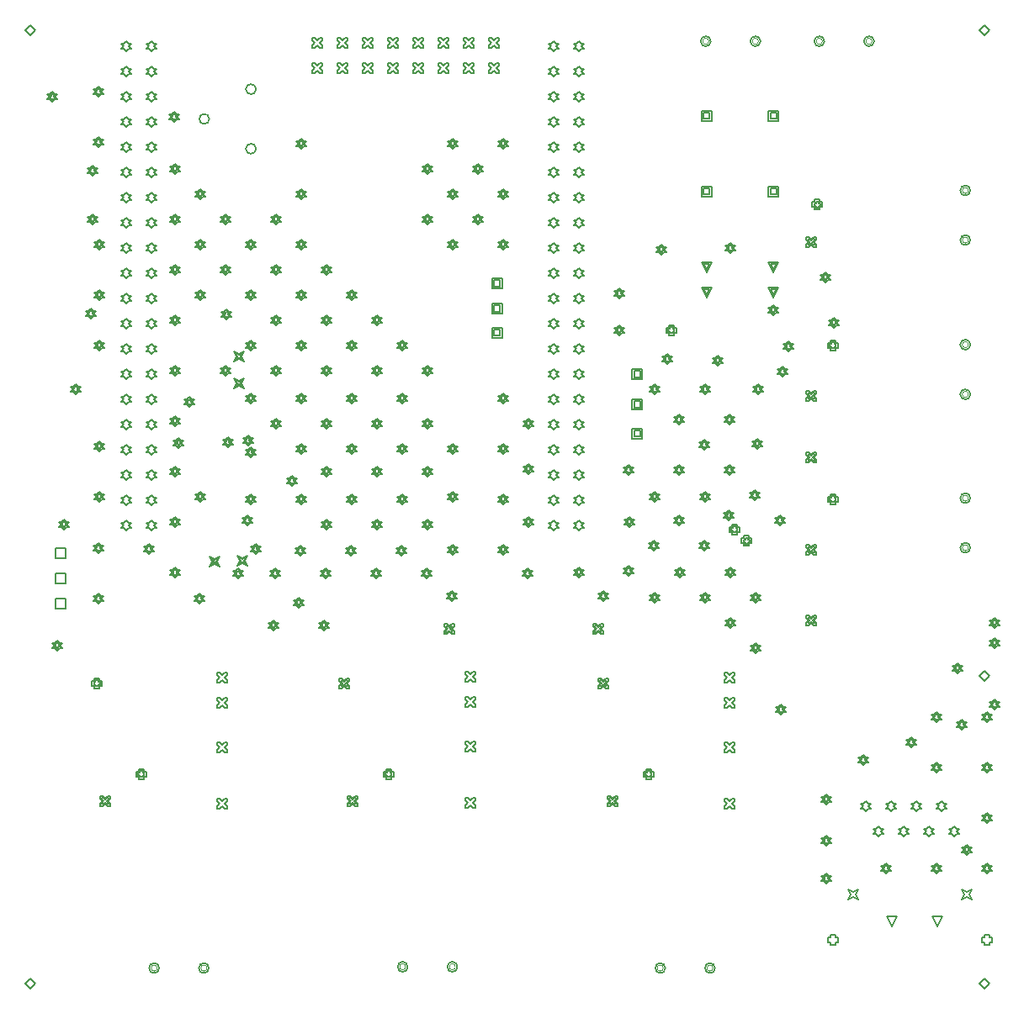
<source format=gbr>
G04 Layer_Color=2752767*
%FSLAX26Y26*%
%MOIN*%
%TF.FileFunction,Drawing*%
%TF.Part,Single*%
G01*
G75*
%TA.AperFunction,NonConductor*%
%ADD115C,0.005000*%
%ADD149C,0.006667*%
%ADD150C,0.004000*%
D115*
X101000Y1684000D02*
Y1724000D01*
X141000D01*
Y1684000D01*
X101000D01*
Y1584000D02*
Y1624000D01*
X141000D01*
Y1584000D01*
X101000D01*
Y1484000D02*
Y1524000D01*
X141000D01*
Y1484000D01*
X101000D01*
X3415000Y225000D02*
X3395000Y265000D01*
X3435000D01*
X3415000Y225000D01*
X3595000D02*
X3575000Y265000D01*
X3615000D01*
X3595000Y225000D01*
X3660000Y582874D02*
X3670000Y592874D01*
X3680000D01*
X3670000Y602874D01*
X3680000Y612874D01*
X3670000D01*
X3660000Y622874D01*
X3650000Y612874D01*
X3640000D01*
X3650000Y602874D01*
X3640000Y592874D01*
X3650000D01*
X3660000Y582874D01*
X3310000Y682874D02*
X3320000Y692874D01*
X3330000D01*
X3320000Y702874D01*
X3330000Y712874D01*
X3320000D01*
X3310000Y722874D01*
X3300000Y712874D01*
X3290000D01*
X3300000Y702874D01*
X3290000Y692874D01*
X3300000D01*
X3310000Y682874D01*
X3610000D02*
X3620000Y692874D01*
X3630000D01*
X3620000Y702874D01*
X3630000Y712874D01*
X3620000D01*
X3610000Y722874D01*
X3600000Y712874D01*
X3590000D01*
X3600000Y702874D01*
X3590000Y692874D01*
X3600000D01*
X3610000Y682874D01*
X3360000Y582874D02*
X3370000Y592874D01*
X3380000D01*
X3370000Y602874D01*
X3380000Y612874D01*
X3370000D01*
X3360000Y622874D01*
X3350000Y612874D01*
X3340000D01*
X3350000Y602874D01*
X3340000Y592874D01*
X3350000D01*
X3360000Y582874D01*
X3560000D02*
X3570000Y592874D01*
X3580000D01*
X3570000Y602874D01*
X3580000Y612874D01*
X3570000D01*
X3560000Y622874D01*
X3550000Y612874D01*
X3540000D01*
X3550000Y602874D01*
X3540000Y592874D01*
X3550000D01*
X3560000Y582874D01*
X3410000Y682874D02*
X3420000Y692874D01*
X3430000D01*
X3420000Y702874D01*
X3430000Y712874D01*
X3420000D01*
X3410000Y722874D01*
X3400000Y712874D01*
X3390000D01*
X3400000Y702874D01*
X3390000Y692874D01*
X3400000D01*
X3410000Y682874D01*
X3510000D02*
X3520000Y692874D01*
X3530000D01*
X3520000Y702874D01*
X3530000Y712874D01*
X3520000D01*
X3510000Y722874D01*
X3500000Y712874D01*
X3490000D01*
X3500000Y702874D01*
X3490000Y692874D01*
X3500000D01*
X3510000Y682874D01*
X3460000Y582874D02*
X3470000Y592874D01*
X3480000D01*
X3470000Y602874D01*
X3480000Y612874D01*
X3470000D01*
X3460000Y622874D01*
X3450000Y612874D01*
X3440000D01*
X3450000Y602874D01*
X3440000Y592874D01*
X3450000D01*
X3460000Y582874D01*
X3240000Y332874D02*
X3250000Y352874D01*
X3240000Y372874D01*
X3260000Y362874D01*
X3280000Y372874D01*
X3270000Y352874D01*
X3280000Y332874D01*
X3260000Y342874D01*
X3240000Y332874D01*
X3690000D02*
X3700000Y352874D01*
X3690000Y372874D01*
X3710000Y362874D01*
X3730000Y372874D01*
X3720000Y352874D01*
X3730000Y332874D01*
X3710000Y342874D01*
X3690000Y332874D01*
X3169882Y162953D02*
Y152953D01*
X3189882D01*
Y162953D01*
X3199882D01*
Y182953D01*
X3189882D01*
Y192953D01*
X3169882D01*
Y182953D01*
X3159882D01*
Y162953D01*
X3169882D01*
X3780118D02*
Y152953D01*
X3800118D01*
Y162953D01*
X3810118D01*
Y182953D01*
X3800118D01*
Y192953D01*
X3780118D01*
Y182953D01*
X3770118D01*
Y162953D01*
X3780118D01*
X1616000Y3710000D02*
X1626000D01*
X1636000Y3720000D01*
X1646000Y3710000D01*
X1656000D01*
Y3720000D01*
X1646000Y3730000D01*
X1656000Y3740000D01*
Y3750000D01*
X1646000D01*
X1636000Y3740000D01*
X1626000Y3750000D01*
X1616000D01*
Y3740000D01*
X1626000Y3730000D01*
X1616000Y3720000D01*
Y3710000D01*
X1716000D02*
X1726000D01*
X1736000Y3720000D01*
X1746000Y3710000D01*
X1756000D01*
Y3720000D01*
X1746000Y3730000D01*
X1756000Y3740000D01*
Y3750000D01*
X1746000D01*
X1736000Y3740000D01*
X1726000Y3750000D01*
X1716000D01*
Y3740000D01*
X1726000Y3730000D01*
X1716000Y3720000D01*
Y3710000D01*
X1116000D02*
X1126000D01*
X1136000Y3720000D01*
X1146000Y3710000D01*
X1156000D01*
Y3720000D01*
X1146000Y3730000D01*
X1156000Y3740000D01*
Y3750000D01*
X1146000D01*
X1136000Y3740000D01*
X1126000Y3750000D01*
X1116000D01*
Y3740000D01*
X1126000Y3730000D01*
X1116000Y3720000D01*
Y3710000D01*
X1216000D02*
X1226000D01*
X1236000Y3720000D01*
X1246000Y3710000D01*
X1256000D01*
Y3720000D01*
X1246000Y3730000D01*
X1256000Y3740000D01*
Y3750000D01*
X1246000D01*
X1236000Y3740000D01*
X1226000Y3750000D01*
X1216000D01*
Y3740000D01*
X1226000Y3730000D01*
X1216000Y3720000D01*
Y3710000D01*
X1316000D02*
X1326000D01*
X1336000Y3720000D01*
X1346000Y3710000D01*
X1356000D01*
Y3720000D01*
X1346000Y3730000D01*
X1356000Y3740000D01*
Y3750000D01*
X1346000D01*
X1336000Y3740000D01*
X1326000Y3750000D01*
X1316000D01*
Y3740000D01*
X1326000Y3730000D01*
X1316000Y3720000D01*
Y3710000D01*
X1416000D02*
X1426000D01*
X1436000Y3720000D01*
X1446000Y3710000D01*
X1456000D01*
Y3720000D01*
X1446000Y3730000D01*
X1456000Y3740000D01*
Y3750000D01*
X1446000D01*
X1436000Y3740000D01*
X1426000Y3750000D01*
X1416000D01*
Y3740000D01*
X1426000Y3730000D01*
X1416000Y3720000D01*
Y3710000D01*
X1516000D02*
X1526000D01*
X1536000Y3720000D01*
X1546000Y3710000D01*
X1556000D01*
Y3720000D01*
X1546000Y3730000D01*
X1556000Y3740000D01*
Y3750000D01*
X1546000D01*
X1536000Y3740000D01*
X1526000Y3750000D01*
X1516000D01*
Y3740000D01*
X1526000Y3730000D01*
X1516000Y3720000D01*
Y3710000D01*
X1816000D02*
X1826000D01*
X1836000Y3720000D01*
X1846000Y3710000D01*
X1856000D01*
Y3720000D01*
X1846000Y3730000D01*
X1856000Y3740000D01*
Y3750000D01*
X1846000D01*
X1836000Y3740000D01*
X1826000Y3750000D01*
X1816000D01*
Y3740000D01*
X1826000Y3730000D01*
X1816000Y3720000D01*
Y3710000D01*
X1616000Y3610000D02*
X1626000D01*
X1636000Y3620000D01*
X1646000Y3610000D01*
X1656000D01*
Y3620000D01*
X1646000Y3630000D01*
X1656000Y3640000D01*
Y3650000D01*
X1646000D01*
X1636000Y3640000D01*
X1626000Y3650000D01*
X1616000D01*
Y3640000D01*
X1626000Y3630000D01*
X1616000Y3620000D01*
Y3610000D01*
X1716000D02*
X1726000D01*
X1736000Y3620000D01*
X1746000Y3610000D01*
X1756000D01*
Y3620000D01*
X1746000Y3630000D01*
X1756000Y3640000D01*
Y3650000D01*
X1746000D01*
X1736000Y3640000D01*
X1726000Y3650000D01*
X1716000D01*
Y3640000D01*
X1726000Y3630000D01*
X1716000Y3620000D01*
Y3610000D01*
X1116000D02*
X1126000D01*
X1136000Y3620000D01*
X1146000Y3610000D01*
X1156000D01*
Y3620000D01*
X1146000Y3630000D01*
X1156000Y3640000D01*
Y3650000D01*
X1146000D01*
X1136000Y3640000D01*
X1126000Y3650000D01*
X1116000D01*
Y3640000D01*
X1126000Y3630000D01*
X1116000Y3620000D01*
Y3610000D01*
X1216000D02*
X1226000D01*
X1236000Y3620000D01*
X1246000Y3610000D01*
X1256000D01*
Y3620000D01*
X1246000Y3630000D01*
X1256000Y3640000D01*
Y3650000D01*
X1246000D01*
X1236000Y3640000D01*
X1226000Y3650000D01*
X1216000D01*
Y3640000D01*
X1226000Y3630000D01*
X1216000Y3620000D01*
Y3610000D01*
X1316000D02*
X1326000D01*
X1336000Y3620000D01*
X1346000Y3610000D01*
X1356000D01*
Y3620000D01*
X1346000Y3630000D01*
X1356000Y3640000D01*
Y3650000D01*
X1346000D01*
X1336000Y3640000D01*
X1326000Y3650000D01*
X1316000D01*
Y3640000D01*
X1326000Y3630000D01*
X1316000Y3620000D01*
Y3610000D01*
X1416000D02*
X1426000D01*
X1436000Y3620000D01*
X1446000Y3610000D01*
X1456000D01*
Y3620000D01*
X1446000Y3630000D01*
X1456000Y3640000D01*
Y3650000D01*
X1446000D01*
X1436000Y3640000D01*
X1426000Y3650000D01*
X1416000D01*
Y3640000D01*
X1426000Y3630000D01*
X1416000Y3620000D01*
Y3610000D01*
X1516000D02*
X1526000D01*
X1536000Y3620000D01*
X1546000Y3610000D01*
X1556000D01*
Y3620000D01*
X1546000Y3630000D01*
X1556000Y3640000D01*
Y3650000D01*
X1546000D01*
X1536000Y3640000D01*
X1526000Y3650000D01*
X1516000D01*
Y3640000D01*
X1526000Y3630000D01*
X1516000Y3620000D01*
Y3610000D01*
X1816000D02*
X1826000D01*
X1836000Y3620000D01*
X1846000Y3610000D01*
X1856000D01*
Y3620000D01*
X1846000Y3630000D01*
X1856000Y3640000D01*
Y3650000D01*
X1846000D01*
X1836000Y3640000D01*
X1826000Y3650000D01*
X1816000D01*
Y3640000D01*
X1826000Y3630000D01*
X1816000Y3620000D01*
Y3610000D01*
X3759526Y1220000D02*
X3779526Y1240000D01*
X3799526Y1220000D01*
X3779526Y1200000D01*
X3759526Y1220000D01*
X1830000Y2560000D02*
Y2600000D01*
X1870000D01*
Y2560000D01*
X1830000D01*
X1838000Y2568000D02*
Y2592000D01*
X1862000D01*
Y2568000D01*
X1838000D01*
X1830000Y2655000D02*
Y2695000D01*
X1870000D01*
Y2655000D01*
X1830000D01*
X1838000Y2663000D02*
Y2687000D01*
X1862000D01*
Y2663000D01*
X1838000D01*
X1830000Y2755000D02*
Y2795000D01*
X1870000D01*
Y2755000D01*
X1830000D01*
X1838000Y2763000D02*
Y2787000D01*
X1862000D01*
Y2763000D01*
X1838000D01*
X2750000Y1190591D02*
X2760000D01*
X2770000Y1200591D01*
X2780000Y1190591D01*
X2790000D01*
Y1200591D01*
X2780000Y1210591D01*
X2790000Y1220591D01*
Y1230591D01*
X2780000D01*
X2770000Y1220591D01*
X2760000Y1230591D01*
X2750000D01*
Y1220591D01*
X2760000Y1210591D01*
X2750000Y1200591D01*
Y1190591D01*
Y1090591D02*
X2760000D01*
X2770000Y1100591D01*
X2780000Y1090591D01*
X2790000D01*
Y1100591D01*
X2780000Y1110591D01*
X2790000Y1120591D01*
Y1130591D01*
X2780000D01*
X2770000Y1120591D01*
X2760000Y1130591D01*
X2750000D01*
Y1120591D01*
X2760000Y1110591D01*
X2750000Y1100591D01*
Y1090591D01*
Y915000D02*
X2760000D01*
X2770000Y925000D01*
X2780000Y915000D01*
X2790000D01*
Y925000D01*
X2780000Y935000D01*
X2790000Y945000D01*
Y955000D01*
X2780000D01*
X2770000Y945000D01*
X2760000Y955000D01*
X2750000D01*
Y945000D01*
X2760000Y935000D01*
X2750000Y925000D01*
Y915000D01*
Y690591D02*
X2760000D01*
X2770000Y700591D01*
X2780000Y690591D01*
X2790000D01*
Y700591D01*
X2780000Y710591D01*
X2790000Y720591D01*
Y730591D01*
X2780000D01*
X2770000Y720591D01*
X2760000Y730591D01*
X2750000D01*
Y720591D01*
X2760000Y710591D01*
X2750000Y700591D01*
Y690591D01*
X740000Y1190591D02*
X750000D01*
X760000Y1200591D01*
X770000Y1190591D01*
X780000D01*
Y1200591D01*
X770000Y1210591D01*
X780000Y1220591D01*
Y1230591D01*
X770000D01*
X760000Y1220591D01*
X750000Y1230591D01*
X740000D01*
Y1220591D01*
X750000Y1210591D01*
X740000Y1200591D01*
Y1190591D01*
Y1090591D02*
X750000D01*
X760000Y1100591D01*
X770000Y1090591D01*
X780000D01*
Y1100591D01*
X770000Y1110591D01*
X780000Y1120591D01*
Y1130591D01*
X770000D01*
X760000Y1120591D01*
X750000Y1130591D01*
X740000D01*
Y1120591D01*
X750000Y1110591D01*
X740000Y1100591D01*
Y1090591D01*
Y915000D02*
X750000D01*
X760000Y925000D01*
X770000Y915000D01*
X780000D01*
Y925000D01*
X770000Y935000D01*
X780000Y945000D01*
Y955000D01*
X770000D01*
X760000Y945000D01*
X750000Y955000D01*
X740000D01*
Y945000D01*
X750000Y935000D01*
X740000Y925000D01*
Y915000D01*
Y690591D02*
X750000D01*
X760000Y700591D01*
X770000Y690591D01*
X780000D01*
Y700591D01*
X770000Y710591D01*
X780000Y720591D01*
Y730591D01*
X770000D01*
X760000Y720591D01*
X750000Y730591D01*
X740000D01*
Y720591D01*
X750000Y710591D01*
X740000Y700591D01*
Y690591D01*
X1724370Y1195591D02*
X1734370D01*
X1744370Y1205591D01*
X1754370Y1195591D01*
X1764370D01*
Y1205591D01*
X1754370Y1215591D01*
X1764370Y1225591D01*
Y1235591D01*
X1754370D01*
X1744370Y1225591D01*
X1734370Y1235591D01*
X1724370D01*
Y1225591D01*
X1734370Y1215591D01*
X1724370Y1205591D01*
Y1195591D01*
Y1095591D02*
X1734370D01*
X1744370Y1105591D01*
X1754370Y1095591D01*
X1764370D01*
Y1105591D01*
X1754370Y1115591D01*
X1764370Y1125591D01*
Y1135591D01*
X1754370D01*
X1744370Y1125591D01*
X1734370Y1135591D01*
X1724370D01*
Y1125591D01*
X1734370Y1115591D01*
X1724370Y1105591D01*
Y1095591D01*
Y920000D02*
X1734370D01*
X1744370Y930000D01*
X1754370Y920000D01*
X1764370D01*
Y930000D01*
X1754370Y940000D01*
X1764370Y950000D01*
Y960000D01*
X1754370D01*
X1744370Y950000D01*
X1734370Y960000D01*
X1724370D01*
Y950000D01*
X1734370Y940000D01*
X1724370Y930000D01*
Y920000D01*
Y695591D02*
X1734370D01*
X1744370Y705591D01*
X1754370Y695591D01*
X1764370D01*
Y705591D01*
X1754370Y715591D01*
X1764370Y725591D01*
Y735591D01*
X1754370D01*
X1744370Y725591D01*
X1734370Y735591D01*
X1724370D01*
Y725591D01*
X1734370Y715591D01*
X1724370Y705591D01*
Y695591D01*
X481000Y1894000D02*
X491000Y1904000D01*
X501000D01*
X491000Y1914000D01*
X501000Y1924000D01*
X491000D01*
X481000Y1934000D01*
X471000Y1924000D01*
X461000D01*
X471000Y1914000D01*
X461000Y1904000D01*
X471000D01*
X481000Y1894000D01*
Y1994000D02*
X491000Y2004000D01*
X501000D01*
X491000Y2014000D01*
X501000Y2024000D01*
X491000D01*
X481000Y2034000D01*
X471000Y2024000D01*
X461000D01*
X471000Y2014000D01*
X461000Y2004000D01*
X471000D01*
X481000Y1994000D01*
Y2094000D02*
X491000Y2104000D01*
X501000D01*
X491000Y2114000D01*
X501000Y2124000D01*
X491000D01*
X481000Y2134000D01*
X471000Y2124000D01*
X461000D01*
X471000Y2114000D01*
X461000Y2104000D01*
X471000D01*
X481000Y2094000D01*
Y2194000D02*
X491000Y2204000D01*
X501000D01*
X491000Y2214000D01*
X501000Y2224000D01*
X491000D01*
X481000Y2234000D01*
X471000Y2224000D01*
X461000D01*
X471000Y2214000D01*
X461000Y2204000D01*
X471000D01*
X481000Y2194000D01*
Y2294000D02*
X491000Y2304000D01*
X501000D01*
X491000Y2314000D01*
X501000Y2324000D01*
X491000D01*
X481000Y2334000D01*
X471000Y2324000D01*
X461000D01*
X471000Y2314000D01*
X461000Y2304000D01*
X471000D01*
X481000Y2294000D01*
Y2394000D02*
X491000Y2404000D01*
X501000D01*
X491000Y2414000D01*
X501000Y2424000D01*
X491000D01*
X481000Y2434000D01*
X471000Y2424000D01*
X461000D01*
X471000Y2414000D01*
X461000Y2404000D01*
X471000D01*
X481000Y2394000D01*
Y2494000D02*
X491000Y2504000D01*
X501000D01*
X491000Y2514000D01*
X501000Y2524000D01*
X491000D01*
X481000Y2534000D01*
X471000Y2524000D01*
X461000D01*
X471000Y2514000D01*
X461000Y2504000D01*
X471000D01*
X481000Y2494000D01*
Y2594000D02*
X491000Y2604000D01*
X501000D01*
X491000Y2614000D01*
X501000Y2624000D01*
X491000D01*
X481000Y2634000D01*
X471000Y2624000D01*
X461000D01*
X471000Y2614000D01*
X461000Y2604000D01*
X471000D01*
X481000Y2594000D01*
Y2694000D02*
X491000Y2704000D01*
X501000D01*
X491000Y2714000D01*
X501000Y2724000D01*
X491000D01*
X481000Y2734000D01*
X471000Y2724000D01*
X461000D01*
X471000Y2714000D01*
X461000Y2704000D01*
X471000D01*
X481000Y2694000D01*
Y2794000D02*
X491000Y2804000D01*
X501000D01*
X491000Y2814000D01*
X501000Y2824000D01*
X491000D01*
X481000Y2834000D01*
X471000Y2824000D01*
X461000D01*
X471000Y2814000D01*
X461000Y2804000D01*
X471000D01*
X481000Y2794000D01*
Y2894000D02*
X491000Y2904000D01*
X501000D01*
X491000Y2914000D01*
X501000Y2924000D01*
X491000D01*
X481000Y2934000D01*
X471000Y2924000D01*
X461000D01*
X471000Y2914000D01*
X461000Y2904000D01*
X471000D01*
X481000Y2894000D01*
Y2994000D02*
X491000Y3004000D01*
X501000D01*
X491000Y3014000D01*
X501000Y3024000D01*
X491000D01*
X481000Y3034000D01*
X471000Y3024000D01*
X461000D01*
X471000Y3014000D01*
X461000Y3004000D01*
X471000D01*
X481000Y2994000D01*
Y3094000D02*
X491000Y3104000D01*
X501000D01*
X491000Y3114000D01*
X501000Y3124000D01*
X491000D01*
X481000Y3134000D01*
X471000Y3124000D01*
X461000D01*
X471000Y3114000D01*
X461000Y3104000D01*
X471000D01*
X481000Y3094000D01*
Y3194000D02*
X491000Y3204000D01*
X501000D01*
X491000Y3214000D01*
X501000Y3224000D01*
X491000D01*
X481000Y3234000D01*
X471000Y3224000D01*
X461000D01*
X471000Y3214000D01*
X461000Y3204000D01*
X471000D01*
X481000Y3194000D01*
Y3294000D02*
X491000Y3304000D01*
X501000D01*
X491000Y3314000D01*
X501000Y3324000D01*
X491000D01*
X481000Y3334000D01*
X471000Y3324000D01*
X461000D01*
X471000Y3314000D01*
X461000Y3304000D01*
X471000D01*
X481000Y3294000D01*
Y3394000D02*
X491000Y3404000D01*
X501000D01*
X491000Y3414000D01*
X501000Y3424000D01*
X491000D01*
X481000Y3434000D01*
X471000Y3424000D01*
X461000D01*
X471000Y3414000D01*
X461000Y3404000D01*
X471000D01*
X481000Y3394000D01*
Y3494000D02*
X491000Y3504000D01*
X501000D01*
X491000Y3514000D01*
X501000Y3524000D01*
X491000D01*
X481000Y3534000D01*
X471000Y3524000D01*
X461000D01*
X471000Y3514000D01*
X461000Y3504000D01*
X471000D01*
X481000Y3494000D01*
Y3594000D02*
X491000Y3604000D01*
X501000D01*
X491000Y3614000D01*
X501000Y3624000D01*
X491000D01*
X481000Y3634000D01*
X471000Y3624000D01*
X461000D01*
X471000Y3614000D01*
X461000Y3604000D01*
X471000D01*
X481000Y3594000D01*
Y3694000D02*
X491000Y3704000D01*
X501000D01*
X491000Y3714000D01*
X501000Y3724000D01*
X491000D01*
X481000Y3734000D01*
X471000Y3724000D01*
X461000D01*
X471000Y3714000D01*
X461000Y3704000D01*
X471000D01*
X481000Y3694000D01*
X381000Y1794000D02*
X391000Y1804000D01*
X401000D01*
X391000Y1814000D01*
X401000Y1824000D01*
X391000D01*
X381000Y1834000D01*
X371000Y1824000D01*
X361000D01*
X371000Y1814000D01*
X361000Y1804000D01*
X371000D01*
X381000Y1794000D01*
Y1894000D02*
X391000Y1904000D01*
X401000D01*
X391000Y1914000D01*
X401000Y1924000D01*
X391000D01*
X381000Y1934000D01*
X371000Y1924000D01*
X361000D01*
X371000Y1914000D01*
X361000Y1904000D01*
X371000D01*
X381000Y1894000D01*
Y1994000D02*
X391000Y2004000D01*
X401000D01*
X391000Y2014000D01*
X401000Y2024000D01*
X391000D01*
X381000Y2034000D01*
X371000Y2024000D01*
X361000D01*
X371000Y2014000D01*
X361000Y2004000D01*
X371000D01*
X381000Y1994000D01*
Y2094000D02*
X391000Y2104000D01*
X401000D01*
X391000Y2114000D01*
X401000Y2124000D01*
X391000D01*
X381000Y2134000D01*
X371000Y2124000D01*
X361000D01*
X371000Y2114000D01*
X361000Y2104000D01*
X371000D01*
X381000Y2094000D01*
Y2194000D02*
X391000Y2204000D01*
X401000D01*
X391000Y2214000D01*
X401000Y2224000D01*
X391000D01*
X381000Y2234000D01*
X371000Y2224000D01*
X361000D01*
X371000Y2214000D01*
X361000Y2204000D01*
X371000D01*
X381000Y2194000D01*
Y2294000D02*
X391000Y2304000D01*
X401000D01*
X391000Y2314000D01*
X401000Y2324000D01*
X391000D01*
X381000Y2334000D01*
X371000Y2324000D01*
X361000D01*
X371000Y2314000D01*
X361000Y2304000D01*
X371000D01*
X381000Y2294000D01*
Y2394000D02*
X391000Y2404000D01*
X401000D01*
X391000Y2414000D01*
X401000Y2424000D01*
X391000D01*
X381000Y2434000D01*
X371000Y2424000D01*
X361000D01*
X371000Y2414000D01*
X361000Y2404000D01*
X371000D01*
X381000Y2394000D01*
Y2494000D02*
X391000Y2504000D01*
X401000D01*
X391000Y2514000D01*
X401000Y2524000D01*
X391000D01*
X381000Y2534000D01*
X371000Y2524000D01*
X361000D01*
X371000Y2514000D01*
X361000Y2504000D01*
X371000D01*
X381000Y2494000D01*
Y2594000D02*
X391000Y2604000D01*
X401000D01*
X391000Y2614000D01*
X401000Y2624000D01*
X391000D01*
X381000Y2634000D01*
X371000Y2624000D01*
X361000D01*
X371000Y2614000D01*
X361000Y2604000D01*
X371000D01*
X381000Y2594000D01*
Y2694000D02*
X391000Y2704000D01*
X401000D01*
X391000Y2714000D01*
X401000Y2724000D01*
X391000D01*
X381000Y2734000D01*
X371000Y2724000D01*
X361000D01*
X371000Y2714000D01*
X361000Y2704000D01*
X371000D01*
X381000Y2694000D01*
Y2794000D02*
X391000Y2804000D01*
X401000D01*
X391000Y2814000D01*
X401000Y2824000D01*
X391000D01*
X381000Y2834000D01*
X371000Y2824000D01*
X361000D01*
X371000Y2814000D01*
X361000Y2804000D01*
X371000D01*
X381000Y2794000D01*
Y2894000D02*
X391000Y2904000D01*
X401000D01*
X391000Y2914000D01*
X401000Y2924000D01*
X391000D01*
X381000Y2934000D01*
X371000Y2924000D01*
X361000D01*
X371000Y2914000D01*
X361000Y2904000D01*
X371000D01*
X381000Y2894000D01*
Y2994000D02*
X391000Y3004000D01*
X401000D01*
X391000Y3014000D01*
X401000Y3024000D01*
X391000D01*
X381000Y3034000D01*
X371000Y3024000D01*
X361000D01*
X371000Y3014000D01*
X361000Y3004000D01*
X371000D01*
X381000Y2994000D01*
Y3094000D02*
X391000Y3104000D01*
X401000D01*
X391000Y3114000D01*
X401000Y3124000D01*
X391000D01*
X381000Y3134000D01*
X371000Y3124000D01*
X361000D01*
X371000Y3114000D01*
X361000Y3104000D01*
X371000D01*
X381000Y3094000D01*
Y3194000D02*
X391000Y3204000D01*
X401000D01*
X391000Y3214000D01*
X401000Y3224000D01*
X391000D01*
X381000Y3234000D01*
X371000Y3224000D01*
X361000D01*
X371000Y3214000D01*
X361000Y3204000D01*
X371000D01*
X381000Y3194000D01*
Y3294000D02*
X391000Y3304000D01*
X401000D01*
X391000Y3314000D01*
X401000Y3324000D01*
X391000D01*
X381000Y3334000D01*
X371000Y3324000D01*
X361000D01*
X371000Y3314000D01*
X361000Y3304000D01*
X371000D01*
X381000Y3294000D01*
Y3394000D02*
X391000Y3404000D01*
X401000D01*
X391000Y3414000D01*
X401000Y3424000D01*
X391000D01*
X381000Y3434000D01*
X371000Y3424000D01*
X361000D01*
X371000Y3414000D01*
X361000Y3404000D01*
X371000D01*
X381000Y3394000D01*
Y3494000D02*
X391000Y3504000D01*
X401000D01*
X391000Y3514000D01*
X401000Y3524000D01*
X391000D01*
X381000Y3534000D01*
X371000Y3524000D01*
X361000D01*
X371000Y3514000D01*
X361000Y3504000D01*
X371000D01*
X381000Y3494000D01*
Y3594000D02*
X391000Y3604000D01*
X401000D01*
X391000Y3614000D01*
X401000Y3624000D01*
X391000D01*
X381000Y3634000D01*
X371000Y3624000D01*
X361000D01*
X371000Y3614000D01*
X361000Y3604000D01*
X371000D01*
X381000Y3594000D01*
Y3694000D02*
X391000Y3704000D01*
X401000D01*
X391000Y3714000D01*
X401000Y3724000D01*
X391000D01*
X381000Y3734000D01*
X371000Y3724000D01*
X361000D01*
X371000Y3714000D01*
X361000Y3704000D01*
X371000D01*
X381000Y3694000D01*
X481000Y1794000D02*
X491000Y1804000D01*
X501000D01*
X491000Y1814000D01*
X501000Y1824000D01*
X491000D01*
X481000Y1834000D01*
X471000Y1824000D01*
X461000D01*
X471000Y1814000D01*
X461000Y1804000D01*
X471000D01*
X481000Y1794000D01*
X2073913Y3694000D02*
X2083913Y3704000D01*
X2093913D01*
X2083913Y3714000D01*
X2093913Y3724000D01*
X2083913D01*
X2073913Y3734000D01*
X2063913Y3724000D01*
X2053913D01*
X2063913Y3714000D01*
X2053913Y3704000D01*
X2063913D01*
X2073913Y3694000D01*
Y3594000D02*
X2083913Y3604000D01*
X2093913D01*
X2083913Y3614000D01*
X2093913Y3624000D01*
X2083913D01*
X2073913Y3634000D01*
X2063913Y3624000D01*
X2053913D01*
X2063913Y3614000D01*
X2053913Y3604000D01*
X2063913D01*
X2073913Y3594000D01*
Y3494000D02*
X2083913Y3504000D01*
X2093913D01*
X2083913Y3514000D01*
X2093913Y3524000D01*
X2083913D01*
X2073913Y3534000D01*
X2063913Y3524000D01*
X2053913D01*
X2063913Y3514000D01*
X2053913Y3504000D01*
X2063913D01*
X2073913Y3494000D01*
Y3394000D02*
X2083913Y3404000D01*
X2093913D01*
X2083913Y3414000D01*
X2093913Y3424000D01*
X2083913D01*
X2073913Y3434000D01*
X2063913Y3424000D01*
X2053913D01*
X2063913Y3414000D01*
X2053913Y3404000D01*
X2063913D01*
X2073913Y3394000D01*
Y3294000D02*
X2083913Y3304000D01*
X2093913D01*
X2083913Y3314000D01*
X2093913Y3324000D01*
X2083913D01*
X2073913Y3334000D01*
X2063913Y3324000D01*
X2053913D01*
X2063913Y3314000D01*
X2053913Y3304000D01*
X2063913D01*
X2073913Y3294000D01*
Y3194000D02*
X2083913Y3204000D01*
X2093913D01*
X2083913Y3214000D01*
X2093913Y3224000D01*
X2083913D01*
X2073913Y3234000D01*
X2063913Y3224000D01*
X2053913D01*
X2063913Y3214000D01*
X2053913Y3204000D01*
X2063913D01*
X2073913Y3194000D01*
Y3094000D02*
X2083913Y3104000D01*
X2093913D01*
X2083913Y3114000D01*
X2093913Y3124000D01*
X2083913D01*
X2073913Y3134000D01*
X2063913Y3124000D01*
X2053913D01*
X2063913Y3114000D01*
X2053913Y3104000D01*
X2063913D01*
X2073913Y3094000D01*
Y2994000D02*
X2083913Y3004000D01*
X2093913D01*
X2083913Y3014000D01*
X2093913Y3024000D01*
X2083913D01*
X2073913Y3034000D01*
X2063913Y3024000D01*
X2053913D01*
X2063913Y3014000D01*
X2053913Y3004000D01*
X2063913D01*
X2073913Y2994000D01*
Y2894000D02*
X2083913Y2904000D01*
X2093913D01*
X2083913Y2914000D01*
X2093913Y2924000D01*
X2083913D01*
X2073913Y2934000D01*
X2063913Y2924000D01*
X2053913D01*
X2063913Y2914000D01*
X2053913Y2904000D01*
X2063913D01*
X2073913Y2894000D01*
Y2794000D02*
X2083913Y2804000D01*
X2093913D01*
X2083913Y2814000D01*
X2093913Y2824000D01*
X2083913D01*
X2073913Y2834000D01*
X2063913Y2824000D01*
X2053913D01*
X2063913Y2814000D01*
X2053913Y2804000D01*
X2063913D01*
X2073913Y2794000D01*
Y2694000D02*
X2083913Y2704000D01*
X2093913D01*
X2083913Y2714000D01*
X2093913Y2724000D01*
X2083913D01*
X2073913Y2734000D01*
X2063913Y2724000D01*
X2053913D01*
X2063913Y2714000D01*
X2053913Y2704000D01*
X2063913D01*
X2073913Y2694000D01*
Y2594000D02*
X2083913Y2604000D01*
X2093913D01*
X2083913Y2614000D01*
X2093913Y2624000D01*
X2083913D01*
X2073913Y2634000D01*
X2063913Y2624000D01*
X2053913D01*
X2063913Y2614000D01*
X2053913Y2604000D01*
X2063913D01*
X2073913Y2594000D01*
Y2494000D02*
X2083913Y2504000D01*
X2093913D01*
X2083913Y2514000D01*
X2093913Y2524000D01*
X2083913D01*
X2073913Y2534000D01*
X2063913Y2524000D01*
X2053913D01*
X2063913Y2514000D01*
X2053913Y2504000D01*
X2063913D01*
X2073913Y2494000D01*
Y2394000D02*
X2083913Y2404000D01*
X2093913D01*
X2083913Y2414000D01*
X2093913Y2424000D01*
X2083913D01*
X2073913Y2434000D01*
X2063913Y2424000D01*
X2053913D01*
X2063913Y2414000D01*
X2053913Y2404000D01*
X2063913D01*
X2073913Y2394000D01*
Y2294000D02*
X2083913Y2304000D01*
X2093913D01*
X2083913Y2314000D01*
X2093913Y2324000D01*
X2083913D01*
X2073913Y2334000D01*
X2063913Y2324000D01*
X2053913D01*
X2063913Y2314000D01*
X2053913Y2304000D01*
X2063913D01*
X2073913Y2294000D01*
Y2194000D02*
X2083913Y2204000D01*
X2093913D01*
X2083913Y2214000D01*
X2093913Y2224000D01*
X2083913D01*
X2073913Y2234000D01*
X2063913Y2224000D01*
X2053913D01*
X2063913Y2214000D01*
X2053913Y2204000D01*
X2063913D01*
X2073913Y2194000D01*
Y2094000D02*
X2083913Y2104000D01*
X2093913D01*
X2083913Y2114000D01*
X2093913Y2124000D01*
X2083913D01*
X2073913Y2134000D01*
X2063913Y2124000D01*
X2053913D01*
X2063913Y2114000D01*
X2053913Y2104000D01*
X2063913D01*
X2073913Y2094000D01*
Y1994000D02*
X2083913Y2004000D01*
X2093913D01*
X2083913Y2014000D01*
X2093913Y2024000D01*
X2083913D01*
X2073913Y2034000D01*
X2063913Y2024000D01*
X2053913D01*
X2063913Y2014000D01*
X2053913Y2004000D01*
X2063913D01*
X2073913Y1994000D01*
Y1894000D02*
X2083913Y1904000D01*
X2093913D01*
X2083913Y1914000D01*
X2093913Y1924000D01*
X2083913D01*
X2073913Y1934000D01*
X2063913Y1924000D01*
X2053913D01*
X2063913Y1914000D01*
X2053913Y1904000D01*
X2063913D01*
X2073913Y1894000D01*
Y1794000D02*
X2083913Y1804000D01*
X2093913D01*
X2083913Y1814000D01*
X2093913Y1824000D01*
X2083913D01*
X2073913Y1834000D01*
X2063913Y1824000D01*
X2053913D01*
X2063913Y1814000D01*
X2053913Y1804000D01*
X2063913D01*
X2073913Y1794000D01*
X2173913Y3694000D02*
X2183913Y3704000D01*
X2193913D01*
X2183913Y3714000D01*
X2193913Y3724000D01*
X2183913D01*
X2173913Y3734000D01*
X2163913Y3724000D01*
X2153913D01*
X2163913Y3714000D01*
X2153913Y3704000D01*
X2163913D01*
X2173913Y3694000D01*
Y3594000D02*
X2183913Y3604000D01*
X2193913D01*
X2183913Y3614000D01*
X2193913Y3624000D01*
X2183913D01*
X2173913Y3634000D01*
X2163913Y3624000D01*
X2153913D01*
X2163913Y3614000D01*
X2153913Y3604000D01*
X2163913D01*
X2173913Y3594000D01*
Y3494000D02*
X2183913Y3504000D01*
X2193913D01*
X2183913Y3514000D01*
X2193913Y3524000D01*
X2183913D01*
X2173913Y3534000D01*
X2163913Y3524000D01*
X2153913D01*
X2163913Y3514000D01*
X2153913Y3504000D01*
X2163913D01*
X2173913Y3494000D01*
Y3394000D02*
X2183913Y3404000D01*
X2193913D01*
X2183913Y3414000D01*
X2193913Y3424000D01*
X2183913D01*
X2173913Y3434000D01*
X2163913Y3424000D01*
X2153913D01*
X2163913Y3414000D01*
X2153913Y3404000D01*
X2163913D01*
X2173913Y3394000D01*
Y3294000D02*
X2183913Y3304000D01*
X2193913D01*
X2183913Y3314000D01*
X2193913Y3324000D01*
X2183913D01*
X2173913Y3334000D01*
X2163913Y3324000D01*
X2153913D01*
X2163913Y3314000D01*
X2153913Y3304000D01*
X2163913D01*
X2173913Y3294000D01*
Y3194000D02*
X2183913Y3204000D01*
X2193913D01*
X2183913Y3214000D01*
X2193913Y3224000D01*
X2183913D01*
X2173913Y3234000D01*
X2163913Y3224000D01*
X2153913D01*
X2163913Y3214000D01*
X2153913Y3204000D01*
X2163913D01*
X2173913Y3194000D01*
Y3094000D02*
X2183913Y3104000D01*
X2193913D01*
X2183913Y3114000D01*
X2193913Y3124000D01*
X2183913D01*
X2173913Y3134000D01*
X2163913Y3124000D01*
X2153913D01*
X2163913Y3114000D01*
X2153913Y3104000D01*
X2163913D01*
X2173913Y3094000D01*
Y2994000D02*
X2183913Y3004000D01*
X2193913D01*
X2183913Y3014000D01*
X2193913Y3024000D01*
X2183913D01*
X2173913Y3034000D01*
X2163913Y3024000D01*
X2153913D01*
X2163913Y3014000D01*
X2153913Y3004000D01*
X2163913D01*
X2173913Y2994000D01*
Y2894000D02*
X2183913Y2904000D01*
X2193913D01*
X2183913Y2914000D01*
X2193913Y2924000D01*
X2183913D01*
X2173913Y2934000D01*
X2163913Y2924000D01*
X2153913D01*
X2163913Y2914000D01*
X2153913Y2904000D01*
X2163913D01*
X2173913Y2894000D01*
Y2794000D02*
X2183913Y2804000D01*
X2193913D01*
X2183913Y2814000D01*
X2193913Y2824000D01*
X2183913D01*
X2173913Y2834000D01*
X2163913Y2824000D01*
X2153913D01*
X2163913Y2814000D01*
X2153913Y2804000D01*
X2163913D01*
X2173913Y2794000D01*
Y2694000D02*
X2183913Y2704000D01*
X2193913D01*
X2183913Y2714000D01*
X2193913Y2724000D01*
X2183913D01*
X2173913Y2734000D01*
X2163913Y2724000D01*
X2153913D01*
X2163913Y2714000D01*
X2153913Y2704000D01*
X2163913D01*
X2173913Y2694000D01*
Y2594000D02*
X2183913Y2604000D01*
X2193913D01*
X2183913Y2614000D01*
X2193913Y2624000D01*
X2183913D01*
X2173913Y2634000D01*
X2163913Y2624000D01*
X2153913D01*
X2163913Y2614000D01*
X2153913Y2604000D01*
X2163913D01*
X2173913Y2594000D01*
Y2494000D02*
X2183913Y2504000D01*
X2193913D01*
X2183913Y2514000D01*
X2193913Y2524000D01*
X2183913D01*
X2173913Y2534000D01*
X2163913Y2524000D01*
X2153913D01*
X2163913Y2514000D01*
X2153913Y2504000D01*
X2163913D01*
X2173913Y2494000D01*
Y2394000D02*
X2183913Y2404000D01*
X2193913D01*
X2183913Y2414000D01*
X2193913Y2424000D01*
X2183913D01*
X2173913Y2434000D01*
X2163913Y2424000D01*
X2153913D01*
X2163913Y2414000D01*
X2153913Y2404000D01*
X2163913D01*
X2173913Y2394000D01*
Y2294000D02*
X2183913Y2304000D01*
X2193913D01*
X2183913Y2314000D01*
X2193913Y2324000D01*
X2183913D01*
X2173913Y2334000D01*
X2163913Y2324000D01*
X2153913D01*
X2163913Y2314000D01*
X2153913Y2304000D01*
X2163913D01*
X2173913Y2294000D01*
Y2194000D02*
X2183913Y2204000D01*
X2193913D01*
X2183913Y2214000D01*
X2193913Y2224000D01*
X2183913D01*
X2173913Y2234000D01*
X2163913Y2224000D01*
X2153913D01*
X2163913Y2214000D01*
X2153913Y2204000D01*
X2163913D01*
X2173913Y2194000D01*
Y2094000D02*
X2183913Y2104000D01*
X2193913D01*
X2183913Y2114000D01*
X2193913Y2124000D01*
X2183913D01*
X2173913Y2134000D01*
X2163913Y2124000D01*
X2153913D01*
X2163913Y2114000D01*
X2153913Y2104000D01*
X2163913D01*
X2173913Y2094000D01*
Y1994000D02*
X2183913Y2004000D01*
X2193913D01*
X2183913Y2014000D01*
X2193913Y2024000D01*
X2183913D01*
X2173913Y2034000D01*
X2163913Y2024000D01*
X2153913D01*
X2163913Y2014000D01*
X2153913Y2004000D01*
X2163913D01*
X2173913Y1994000D01*
Y1894000D02*
X2183913Y1904000D01*
X2193913D01*
X2183913Y1914000D01*
X2193913Y1924000D01*
X2183913D01*
X2173913Y1934000D01*
X2163913Y1924000D01*
X2153913D01*
X2163913Y1914000D01*
X2153913Y1904000D01*
X2163913D01*
X2173913Y1894000D01*
Y1794000D02*
X2183913Y1804000D01*
X2193913D01*
X2183913Y1814000D01*
X2193913Y1824000D01*
X2183913D01*
X2173913Y1834000D01*
X2163913Y1824000D01*
X2153913D01*
X2163913Y1814000D01*
X2153913Y1804000D01*
X2163913D01*
X2173913Y1794000D01*
X-19999Y-0D02*
X1Y20000D01*
X20001Y-0D01*
X1Y-20000D01*
X-19999Y-0D01*
Y3779528D02*
X1Y3799528D01*
X20001Y3779528D01*
X1Y3759528D01*
X-19999Y3779528D01*
X3759527Y-0D02*
X3779527Y20000D01*
X3799527Y-0D01*
X3779527Y-20000D01*
X3759527Y-0D01*
Y3779528D02*
X3779527Y3799528D01*
X3799527Y3779528D01*
X3779527Y3759528D01*
X3759527Y3779528D01*
X2385000Y2395000D02*
Y2435000D01*
X2425000D01*
Y2395000D01*
X2385000D01*
X2393000Y2403000D02*
Y2427000D01*
X2417000D01*
Y2403000D01*
X2393000D01*
X2385000Y2275000D02*
Y2315000D01*
X2425000D01*
Y2275000D01*
X2385000D01*
X2393000Y2283000D02*
Y2307000D01*
X2417000D01*
Y2283000D01*
X2393000D01*
X2385000Y2160000D02*
Y2200000D01*
X2425000D01*
Y2160000D01*
X2385000D01*
X2393000Y2168000D02*
Y2192000D01*
X2417000D01*
Y2168000D01*
X2393000D01*
X2680000Y2720000D02*
X2660000Y2760000D01*
X2700000D01*
X2680000Y2720000D01*
Y2728000D02*
X2668000Y2752000D01*
X2692000D01*
X2680000Y2728000D01*
Y2820000D02*
X2660000Y2860000D01*
X2700000D01*
X2680000Y2820000D01*
Y2828000D02*
X2668000Y2852000D01*
X2692000D01*
X2680000Y2828000D01*
X2660000Y3120000D02*
Y3160000D01*
X2700000D01*
Y3120000D01*
X2660000D01*
X2668000Y3128000D02*
Y3152000D01*
X2692000D01*
Y3128000D01*
X2668000D01*
X2660000Y3420000D02*
Y3460000D01*
X2700000D01*
Y3420000D01*
X2660000D01*
X2668000Y3428000D02*
Y3452000D01*
X2692000D01*
Y3428000D01*
X2668000D01*
X2945000Y2720000D02*
X2925000Y2760000D01*
X2965000D01*
X2945000Y2720000D01*
Y2728000D02*
X2933000Y2752000D01*
X2957000D01*
X2945000Y2728000D01*
Y2820000D02*
X2925000Y2860000D01*
X2965000D01*
X2945000Y2820000D01*
Y2828000D02*
X2933000Y2852000D01*
X2957000D01*
X2945000Y2828000D01*
X2925000Y3120000D02*
Y3160000D01*
X2965000D01*
Y3120000D01*
X2925000D01*
X2933000Y3128000D02*
Y3152000D01*
X2957000D01*
Y3128000D01*
X2933000D01*
X2925000Y3420000D02*
Y3460000D01*
X2965000D01*
Y3420000D01*
X2925000D01*
X2933000Y3428000D02*
Y3452000D01*
X2957000D01*
Y3428000D01*
X2933000D01*
X783000Y2125000D02*
X793000Y2135000D01*
X803000D01*
X793000Y2145000D01*
X803000Y2155000D01*
X793000D01*
X783000Y2165000D01*
X773000Y2155000D01*
X763000D01*
X773000Y2145000D01*
X763000Y2135000D01*
X773000D01*
X783000Y2125000D01*
Y2133000D02*
X789000Y2139000D01*
X795000D01*
X789000Y2145000D01*
X795000Y2151000D01*
X789000D01*
X783000Y2157000D01*
X777000Y2151000D01*
X771000D01*
X777000Y2145000D01*
X771000Y2139000D01*
X777000D01*
X783000Y2133000D01*
X863000Y2132500D02*
X873000Y2142500D01*
X883000D01*
X873000Y2152500D01*
X883000Y2162500D01*
X873000D01*
X863000Y2172500D01*
X853000Y2162500D01*
X843000D01*
X853000Y2152500D01*
X843000Y2142500D01*
X853000D01*
X863000Y2132500D01*
Y2140500D02*
X869000Y2146500D01*
X875000D01*
X869000Y2152500D01*
X875000Y2158500D01*
X869000D01*
X863000Y2164500D01*
X857000Y2158500D01*
X851000D01*
X857000Y2152500D01*
X851000Y2146500D01*
X857000D01*
X863000Y2140500D01*
X589000Y2123500D02*
X599000Y2133500D01*
X609000D01*
X599000Y2143500D01*
X609000Y2153500D01*
X599000D01*
X589000Y2163500D01*
X579000Y2153500D01*
X569000D01*
X579000Y2143500D01*
X569000Y2133500D01*
X579000D01*
X589000Y2123500D01*
Y2131500D02*
X595000Y2137500D01*
X601000D01*
X595000Y2143500D01*
X601000Y2149500D01*
X595000D01*
X589000Y2155500D01*
X583000Y2149500D01*
X577000D01*
X583000Y2143500D01*
X577000Y2137500D01*
X583000D01*
X589000Y2131500D01*
X89000Y3495000D02*
X99000Y3505000D01*
X109000D01*
X99000Y3515000D01*
X109000Y3525000D01*
X99000D01*
X89000Y3535000D01*
X79000Y3525000D01*
X69000D01*
X79000Y3515000D01*
X69000Y3505000D01*
X79000D01*
X89000Y3495000D01*
Y3503000D02*
X95000Y3509000D01*
X101000D01*
X95000Y3515000D01*
X101000Y3521000D01*
X95000D01*
X89000Y3527000D01*
X83000Y3521000D01*
X77000D01*
X83000Y3515000D01*
X77000Y3509000D01*
X83000D01*
X89000Y3503000D01*
X470000Y1701000D02*
X480000Y1711000D01*
X490000D01*
X480000Y1721000D01*
X490000Y1731000D01*
X480000D01*
X470000Y1741000D01*
X460000Y1731000D01*
X450000D01*
X460000Y1721000D01*
X450000Y1711000D01*
X460000D01*
X470000Y1701000D01*
Y1709000D02*
X476000Y1715000D01*
X482000D01*
X476000Y1721000D01*
X482000Y1727000D01*
X476000D01*
X470000Y1733000D01*
X464000Y1727000D01*
X458000D01*
X464000Y1721000D01*
X458000Y1715000D01*
X464000D01*
X470000Y1709000D01*
X861000Y1815000D02*
X871000Y1825000D01*
X881000D01*
X871000Y1835000D01*
X881000Y1845000D01*
X871000D01*
X861000Y1855000D01*
X851000Y1845000D01*
X841000D01*
X851000Y1835000D01*
X841000Y1825000D01*
X851000D01*
X861000Y1815000D01*
Y1823000D02*
X867000Y1829000D01*
X873000D01*
X867000Y1835000D01*
X873000Y1841000D01*
X867000D01*
X861000Y1847000D01*
X855000Y1841000D01*
X849000D01*
X855000Y1835000D01*
X849000Y1829000D01*
X855000D01*
X861000Y1823000D01*
X821000Y1656000D02*
X831000Y1676000D01*
X821000Y1696000D01*
X841000Y1686000D01*
X861000Y1696000D01*
X851000Y1676000D01*
X861000Y1656000D01*
X841000Y1666000D01*
X821000Y1656000D01*
X829000Y1664000D02*
X835000Y1676000D01*
X829000Y1688000D01*
X841000Y1682000D01*
X853000Y1688000D01*
X847000Y1676000D01*
X853000Y1664000D01*
X841000Y1670000D01*
X829000Y1664000D01*
X712000Y1653000D02*
X722000Y1673000D01*
X712000Y1693000D01*
X732000Y1683000D01*
X752000Y1693000D01*
X742000Y1673000D01*
X752000Y1653000D01*
X732000Y1663000D01*
X712000Y1653000D01*
X720000Y1661000D02*
X726000Y1673000D01*
X720000Y1685000D01*
X732000Y1679000D01*
X744000Y1685000D01*
X738000Y1673000D01*
X744000Y1661000D01*
X732000Y1667000D01*
X720000Y1661000D01*
X134000Y1799599D02*
X144000Y1809599D01*
X154000D01*
X144000Y1819599D01*
X154000Y1829599D01*
X144000D01*
X134000Y1839599D01*
X124000Y1829599D01*
X114000D01*
X124000Y1819599D01*
X114000Y1809599D01*
X124000D01*
X134000Y1799599D01*
Y1807599D02*
X140000Y1813599D01*
X146000D01*
X140000Y1819599D01*
X146000Y1825599D01*
X140000D01*
X134000Y1831599D01*
X128000Y1825599D01*
X122000D01*
X128000Y1819599D01*
X122000Y1813599D01*
X128000D01*
X134000Y1807599D01*
X807000Y2360000D02*
X817000Y2380000D01*
X807000Y2400000D01*
X827000Y2390000D01*
X847000Y2400000D01*
X837000Y2380000D01*
X847000Y2360000D01*
X827000Y2370000D01*
X807000Y2360000D01*
X815000Y2368000D02*
X821000Y2380000D01*
X815000Y2392000D01*
X827000Y2386000D01*
X839000Y2392000D01*
X833000Y2380000D01*
X839000Y2368000D01*
X827000Y2374000D01*
X815000Y2368000D01*
X807000Y2466000D02*
X817000Y2486000D01*
X807000Y2506000D01*
X827000Y2496000D01*
X847000Y2506000D01*
X837000Y2486000D01*
X847000Y2466000D01*
X827000Y2476000D01*
X807000Y2466000D01*
X815000Y2474000D02*
X821000Y2486000D01*
X815000Y2498000D01*
X827000Y2492000D01*
X839000Y2498000D01*
X833000Y2486000D01*
X839000Y2474000D01*
X827000Y2480000D01*
X815000Y2474000D01*
X1575000Y2410000D02*
X1585000Y2420000D01*
X1595000D01*
X1585000Y2430000D01*
X1595000Y2440000D01*
X1585000D01*
X1575000Y2450000D01*
X1565000Y2440000D01*
X1555000D01*
X1565000Y2430000D01*
X1555000Y2420000D01*
X1565000D01*
X1575000Y2410000D01*
Y2418000D02*
X1581000Y2424000D01*
X1587000D01*
X1581000Y2430000D01*
X1587000Y2436000D01*
X1581000D01*
X1575000Y2442000D01*
X1569000Y2436000D01*
X1563000D01*
X1569000Y2430000D01*
X1563000Y2424000D01*
X1569000D01*
X1575000Y2418000D01*
X1475000Y2510000D02*
X1485000Y2520000D01*
X1495000D01*
X1485000Y2530000D01*
X1495000Y2540000D01*
X1485000D01*
X1475000Y2550000D01*
X1465000Y2540000D01*
X1455000D01*
X1465000Y2530000D01*
X1455000Y2520000D01*
X1465000D01*
X1475000Y2510000D01*
Y2518000D02*
X1481000Y2524000D01*
X1487000D01*
X1481000Y2530000D01*
X1487000Y2536000D01*
X1481000D01*
X1475000Y2542000D01*
X1469000Y2536000D01*
X1463000D01*
X1469000Y2530000D01*
X1463000Y2524000D01*
X1469000D01*
X1475000Y2518000D01*
X1375000Y2610000D02*
X1385000Y2620000D01*
X1395000D01*
X1385000Y2630000D01*
X1395000Y2640000D01*
X1385000D01*
X1375000Y2650000D01*
X1365000Y2640000D01*
X1355000D01*
X1365000Y2630000D01*
X1355000Y2620000D01*
X1365000D01*
X1375000Y2610000D01*
Y2618000D02*
X1381000Y2624000D01*
X1387000D01*
X1381000Y2630000D01*
X1387000Y2636000D01*
X1381000D01*
X1375000Y2642000D01*
X1369000Y2636000D01*
X1363000D01*
X1369000Y2630000D01*
X1363000Y2624000D01*
X1369000D01*
X1375000Y2618000D01*
X1175000Y2810000D02*
X1185000Y2820000D01*
X1195000D01*
X1185000Y2830000D01*
X1195000Y2840000D01*
X1185000D01*
X1175000Y2850000D01*
X1165000Y2840000D01*
X1155000D01*
X1165000Y2830000D01*
X1155000Y2820000D01*
X1165000D01*
X1175000Y2810000D01*
Y2818000D02*
X1181000Y2824000D01*
X1187000D01*
X1181000Y2830000D01*
X1187000Y2836000D01*
X1181000D01*
X1175000Y2842000D01*
X1169000Y2836000D01*
X1163000D01*
X1169000Y2830000D01*
X1163000Y2824000D01*
X1169000D01*
X1175000Y2818000D01*
X1275000Y2710000D02*
X1285000Y2720000D01*
X1295000D01*
X1285000Y2730000D01*
X1295000Y2740000D01*
X1285000D01*
X1275000Y2750000D01*
X1265000Y2740000D01*
X1255000D01*
X1265000Y2730000D01*
X1255000Y2720000D01*
X1265000D01*
X1275000Y2710000D01*
Y2718000D02*
X1281000Y2724000D01*
X1287000D01*
X1281000Y2730000D01*
X1287000Y2736000D01*
X1281000D01*
X1275000Y2742000D01*
X1269000Y2736000D01*
X1263000D01*
X1269000Y2730000D01*
X1263000Y2724000D01*
X1269000D01*
X1275000Y2718000D01*
X247000Y3202000D02*
X257000Y3212000D01*
X267000D01*
X257000Y3222000D01*
X267000Y3232000D01*
X257000D01*
X247000Y3242000D01*
X237000Y3232000D01*
X227000D01*
X237000Y3222000D01*
X227000Y3212000D01*
X237000D01*
X247000Y3202000D01*
Y3210000D02*
X253000Y3216000D01*
X259000D01*
X253000Y3222000D01*
X259000Y3228000D01*
X253000D01*
X247000Y3234000D01*
X241000Y3228000D01*
X235000D01*
X241000Y3222000D01*
X235000Y3216000D01*
X241000D01*
X247000Y3210000D01*
Y3010000D02*
X257000Y3020000D01*
X267000D01*
X257000Y3030000D01*
X267000Y3040000D01*
X257000D01*
X247000Y3050000D01*
X237000Y3040000D01*
X227000D01*
X237000Y3030000D01*
X227000Y3020000D01*
X237000D01*
X247000Y3010000D01*
Y3018000D02*
X253000Y3024000D01*
X259000D01*
X253000Y3030000D01*
X259000Y3036000D01*
X253000D01*
X247000Y3042000D01*
X241000Y3036000D01*
X235000D01*
X241000Y3030000D01*
X235000Y3024000D01*
X241000D01*
X247000Y3018000D01*
X3109000Y3077000D02*
Y3067000D01*
X3129000D01*
Y3077000D01*
X3139000D01*
Y3097000D01*
X3129000D01*
Y3107000D01*
X3109000D01*
Y3097000D01*
X3099000D01*
Y3077000D01*
X3109000D01*
X3113000Y3081000D02*
Y3075000D01*
X3125000D01*
Y3081000D01*
X3131000D01*
Y3093000D01*
X3125000D01*
Y3099000D01*
X3113000D01*
Y3093000D01*
X3107000D01*
Y3081000D01*
X3113000D01*
X2780000Y1790000D02*
Y1780000D01*
X2800000D01*
Y1790000D01*
X2810000D01*
Y1810000D01*
X2800000D01*
Y1820000D01*
X2780000D01*
Y1810000D01*
X2770000D01*
Y1790000D01*
X2780000D01*
X2784000Y1794000D02*
Y1788000D01*
X2796000D01*
Y1794000D01*
X2802000D01*
Y1806000D01*
X2796000D01*
Y1812000D01*
X2784000D01*
Y1806000D01*
X2778000D01*
Y1794000D01*
X2784000D01*
X2829000Y1744000D02*
Y1734000D01*
X2849000D01*
Y1744000D01*
X2859000D01*
Y1764000D01*
X2849000D01*
Y1774000D01*
X2829000D01*
Y1764000D01*
X2819000D01*
Y1744000D01*
X2829000D01*
X2833000Y1748000D02*
Y1742000D01*
X2845000D01*
Y1748000D01*
X2851000D01*
Y1760000D01*
X2845000D01*
Y1766000D01*
X2833000D01*
Y1760000D01*
X2827000D01*
Y1748000D01*
X2833000D01*
X3075000Y1419000D02*
X3085000D01*
X3095000Y1429000D01*
X3105000Y1419000D01*
X3115000D01*
Y1429000D01*
X3105000Y1439000D01*
X3115000Y1449000D01*
Y1459000D01*
X3105000D01*
X3095000Y1449000D01*
X3085000Y1459000D01*
X3075000D01*
Y1449000D01*
X3085000Y1439000D01*
X3075000Y1429000D01*
Y1419000D01*
X3083000Y1427000D02*
X3089000D01*
X3095000Y1433000D01*
X3101000Y1427000D01*
X3107000D01*
Y1433000D01*
X3101000Y1439000D01*
X3107000Y1445000D01*
Y1451000D01*
X3101000D01*
X3095000Y1445000D01*
X3089000Y1451000D01*
X3083000D01*
Y1445000D01*
X3089000Y1439000D01*
X3083000Y1433000D01*
Y1427000D01*
X3155000Y395000D02*
X3165000Y405000D01*
X3175000D01*
X3165000Y415000D01*
X3175000Y425000D01*
X3165000D01*
X3155000Y435000D01*
X3145000Y425000D01*
X3135000D01*
X3145000Y415000D01*
X3135000Y405000D01*
X3145000D01*
X3155000Y395000D01*
Y403000D02*
X3161000Y409000D01*
X3167000D01*
X3161000Y415000D01*
X3167000Y421000D01*
X3161000D01*
X3155000Y427000D01*
X3149000Y421000D01*
X3143000D01*
X3149000Y415000D01*
X3143000Y409000D01*
X3149000D01*
X3155000Y403000D01*
Y545000D02*
X3165000Y555000D01*
X3175000D01*
X3165000Y565000D01*
X3175000Y575000D01*
X3165000D01*
X3155000Y585000D01*
X3145000Y575000D01*
X3135000D01*
X3145000Y565000D01*
X3135000Y555000D01*
X3145000D01*
X3155000Y545000D01*
Y553000D02*
X3161000Y559000D01*
X3167000D01*
X3161000Y565000D01*
X3167000Y571000D01*
X3161000D01*
X3155000Y577000D01*
X3149000Y571000D01*
X3143000D01*
X3149000Y565000D01*
X3143000Y559000D01*
X3149000D01*
X3155000Y553000D01*
Y710000D02*
X3165000Y720000D01*
X3175000D01*
X3165000Y730000D01*
X3175000Y740000D01*
X3165000D01*
X3155000Y750000D01*
X3145000Y740000D01*
X3135000D01*
X3145000Y730000D01*
X3135000Y720000D01*
X3145000D01*
X3155000Y710000D01*
Y718000D02*
X3161000Y724000D01*
X3167000D01*
X3161000Y730000D01*
X3167000Y736000D01*
X3161000D01*
X3155000Y742000D01*
X3149000Y736000D01*
X3143000D01*
X3149000Y730000D01*
X3143000Y724000D01*
X3149000D01*
X3155000Y718000D01*
X3300000Y865000D02*
X3310000Y875000D01*
X3320000D01*
X3310000Y885000D01*
X3320000Y895000D01*
X3310000D01*
X3300000Y905000D01*
X3290000Y895000D01*
X3280000D01*
X3290000Y885000D01*
X3280000Y875000D01*
X3290000D01*
X3300000Y865000D01*
Y873000D02*
X3306000Y879000D01*
X3312000D01*
X3306000Y885000D01*
X3312000Y891000D01*
X3306000D01*
X3300000Y897000D01*
X3294000Y891000D01*
X3288000D01*
X3294000Y885000D01*
X3288000Y879000D01*
X3294000D01*
X3300000Y873000D01*
X3710000Y510000D02*
X3720000Y520000D01*
X3730000D01*
X3720000Y530000D01*
X3730000Y540000D01*
X3720000D01*
X3710000Y550000D01*
X3700000Y540000D01*
X3690000D01*
X3700000Y530000D01*
X3690000Y520000D01*
X3700000D01*
X3710000Y510000D01*
Y518000D02*
X3716000Y524000D01*
X3722000D01*
X3716000Y530000D01*
X3722000Y536000D01*
X3716000D01*
X3710000Y542000D01*
X3704000Y536000D01*
X3698000D01*
X3704000Y530000D01*
X3698000Y524000D01*
X3704000D01*
X3710000Y518000D01*
X3490000Y935000D02*
X3500000Y945000D01*
X3510000D01*
X3500000Y955000D01*
X3510000Y965000D01*
X3500000D01*
X3490000Y975000D01*
X3480000Y965000D01*
X3470000D01*
X3480000Y955000D01*
X3470000Y945000D01*
X3480000D01*
X3490000Y935000D01*
Y943000D02*
X3496000Y949000D01*
X3502000D01*
X3496000Y955000D01*
X3502000Y961000D01*
X3496000D01*
X3490000Y967000D01*
X3484000Y961000D01*
X3478000D01*
X3484000Y955000D01*
X3478000Y949000D01*
X3484000D01*
X3490000Y943000D01*
X3590000Y435000D02*
X3600000Y445000D01*
X3610000D01*
X3600000Y455000D01*
X3610000Y465000D01*
X3600000D01*
X3590000Y475000D01*
X3580000Y465000D01*
X3570000D01*
X3580000Y455000D01*
X3570000Y445000D01*
X3580000D01*
X3590000Y435000D01*
Y443000D02*
X3596000Y449000D01*
X3602000D01*
X3596000Y455000D01*
X3602000Y461000D01*
X3596000D01*
X3590000Y467000D01*
X3584000Y461000D01*
X3578000D01*
X3584000Y455000D01*
X3578000Y449000D01*
X3584000D01*
X3590000Y443000D01*
X3390000Y435000D02*
X3400000Y445000D01*
X3410000D01*
X3400000Y455000D01*
X3410000Y465000D01*
X3400000D01*
X3390000Y475000D01*
X3380000Y465000D01*
X3370000D01*
X3380000Y455000D01*
X3370000Y445000D01*
X3380000D01*
X3390000Y435000D01*
Y443000D02*
X3396000Y449000D01*
X3402000D01*
X3396000Y455000D01*
X3402000Y461000D01*
X3396000D01*
X3390000Y467000D01*
X3384000Y461000D01*
X3378000D01*
X3384000Y455000D01*
X3378000Y449000D01*
X3384000D01*
X3390000Y443000D01*
X3790000Y435000D02*
X3800000Y445000D01*
X3810000D01*
X3800000Y455000D01*
X3810000Y465000D01*
X3800000D01*
X3790000Y475000D01*
X3780000Y465000D01*
X3770000D01*
X3780000Y455000D01*
X3770000Y445000D01*
X3780000D01*
X3790000Y435000D01*
Y443000D02*
X3796000Y449000D01*
X3802000D01*
X3796000Y455000D01*
X3802000Y461000D01*
X3796000D01*
X3790000Y467000D01*
X3784000Y461000D01*
X3778000D01*
X3784000Y455000D01*
X3778000Y449000D01*
X3784000D01*
X3790000Y443000D01*
Y635000D02*
X3800000Y645000D01*
X3810000D01*
X3800000Y655000D01*
X3810000Y665000D01*
X3800000D01*
X3790000Y675000D01*
X3780000Y665000D01*
X3770000D01*
X3780000Y655000D01*
X3770000Y645000D01*
X3780000D01*
X3790000Y635000D01*
Y643000D02*
X3796000Y649000D01*
X3802000D01*
X3796000Y655000D01*
X3802000Y661000D01*
X3796000D01*
X3790000Y667000D01*
X3784000Y661000D01*
X3778000D01*
X3784000Y655000D01*
X3778000Y649000D01*
X3784000D01*
X3790000Y643000D01*
Y835000D02*
X3800000Y845000D01*
X3810000D01*
X3800000Y855000D01*
X3810000Y865000D01*
X3800000D01*
X3790000Y875000D01*
X3780000Y865000D01*
X3770000D01*
X3780000Y855000D01*
X3770000Y845000D01*
X3780000D01*
X3790000Y835000D01*
Y843000D02*
X3796000Y849000D01*
X3802000D01*
X3796000Y855000D01*
X3802000Y861000D01*
X3796000D01*
X3790000Y867000D01*
X3784000Y861000D01*
X3778000D01*
X3784000Y855000D01*
X3778000Y849000D01*
X3784000D01*
X3790000Y843000D01*
X3590000Y835000D02*
X3600000Y845000D01*
X3610000D01*
X3600000Y855000D01*
X3610000Y865000D01*
X3600000D01*
X3590000Y875000D01*
X3580000Y865000D01*
X3570000D01*
X3580000Y855000D01*
X3570000Y845000D01*
X3580000D01*
X3590000Y835000D01*
Y843000D02*
X3596000Y849000D01*
X3602000D01*
X3596000Y855000D01*
X3602000Y861000D01*
X3596000D01*
X3590000Y867000D01*
X3584000Y861000D01*
X3578000D01*
X3584000Y855000D01*
X3578000Y849000D01*
X3584000D01*
X3590000Y843000D01*
Y1035000D02*
X3600000Y1045000D01*
X3610000D01*
X3600000Y1055000D01*
X3610000Y1065000D01*
X3600000D01*
X3590000Y1075000D01*
X3580000Y1065000D01*
X3570000D01*
X3580000Y1055000D01*
X3570000Y1045000D01*
X3580000D01*
X3590000Y1035000D01*
Y1043000D02*
X3596000Y1049000D01*
X3602000D01*
X3596000Y1055000D01*
X3602000Y1061000D01*
X3596000D01*
X3590000Y1067000D01*
X3584000Y1061000D01*
X3578000D01*
X3584000Y1055000D01*
X3578000Y1049000D01*
X3584000D01*
X3590000Y1043000D01*
X3790000Y1035000D02*
X3800000Y1045000D01*
X3810000D01*
X3800000Y1055000D01*
X3810000Y1065000D01*
X3800000D01*
X3790000Y1075000D01*
X3780000Y1065000D01*
X3770000D01*
X3780000Y1055000D01*
X3770000Y1045000D01*
X3780000D01*
X3790000Y1035000D01*
Y1043000D02*
X3796000Y1049000D01*
X3802000D01*
X3796000Y1055000D01*
X3802000Y1061000D01*
X3796000D01*
X3790000Y1067000D01*
X3784000Y1061000D01*
X3778000D01*
X3784000Y1055000D01*
X3778000Y1049000D01*
X3784000D01*
X3790000Y1043000D01*
X3820000Y1085000D02*
X3830000Y1095000D01*
X3840000D01*
X3830000Y1105000D01*
X3840000Y1115000D01*
X3830000D01*
X3820000Y1125000D01*
X3810000Y1115000D01*
X3800000D01*
X3810000Y1105000D01*
X3800000Y1095000D01*
X3810000D01*
X3820000Y1085000D01*
Y1093000D02*
X3826000Y1099000D01*
X3832000D01*
X3826000Y1105000D01*
X3832000Y1111000D01*
X3826000D01*
X3820000Y1117000D01*
X3814000Y1111000D01*
X3808000D01*
X3814000Y1105000D01*
X3808000Y1099000D01*
X3814000D01*
X3820000Y1093000D01*
X3675000Y1230000D02*
X3685000Y1240000D01*
X3695000D01*
X3685000Y1250000D01*
X3695000Y1260000D01*
X3685000D01*
X3675000Y1270000D01*
X3665000Y1260000D01*
X3655000D01*
X3665000Y1250000D01*
X3655000Y1240000D01*
X3665000D01*
X3675000Y1230000D01*
Y1238000D02*
X3681000Y1244000D01*
X3687000D01*
X3681000Y1250000D01*
X3687000Y1256000D01*
X3681000D01*
X3675000Y1262000D01*
X3669000Y1256000D01*
X3663000D01*
X3669000Y1250000D01*
X3663000Y1244000D01*
X3669000D01*
X3675000Y1238000D01*
X3820000Y1330000D02*
X3830000Y1340000D01*
X3840000D01*
X3830000Y1350000D01*
X3840000Y1360000D01*
X3830000D01*
X3820000Y1370000D01*
X3810000Y1360000D01*
X3800000D01*
X3810000Y1350000D01*
X3800000Y1340000D01*
X3810000D01*
X3820000Y1330000D01*
Y1338000D02*
X3826000Y1344000D01*
X3832000D01*
X3826000Y1350000D01*
X3832000Y1356000D01*
X3826000D01*
X3820000Y1362000D01*
X3814000Y1356000D01*
X3808000D01*
X3814000Y1350000D01*
X3808000Y1344000D01*
X3814000D01*
X3820000Y1338000D01*
Y1410000D02*
X3830000Y1420000D01*
X3840000D01*
X3830000Y1430000D01*
X3840000Y1440000D01*
X3830000D01*
X3820000Y1450000D01*
X3810000Y1440000D01*
X3800000D01*
X3810000Y1430000D01*
X3800000Y1420000D01*
X3810000D01*
X3820000Y1410000D01*
Y1418000D02*
X3826000Y1424000D01*
X3832000D01*
X3826000Y1430000D01*
X3832000Y1436000D01*
X3826000D01*
X3820000Y1442000D01*
X3814000Y1436000D01*
X3808000D01*
X3814000Y1430000D01*
X3808000Y1424000D01*
X3814000D01*
X3820000Y1418000D01*
X3690000Y1005000D02*
X3700000Y1015000D01*
X3710000D01*
X3700000Y1025000D01*
X3710000Y1035000D01*
X3700000D01*
X3690000Y1045000D01*
X3680000Y1035000D01*
X3670000D01*
X3680000Y1025000D01*
X3670000Y1015000D01*
X3680000D01*
X3690000Y1005000D01*
Y1013000D02*
X3696000Y1019000D01*
X3702000D01*
X3696000Y1025000D01*
X3702000Y1031000D01*
X3696000D01*
X3690000Y1037000D01*
X3684000Y1031000D01*
X3678000D01*
X3684000Y1025000D01*
X3678000Y1019000D01*
X3684000D01*
X3690000Y1013000D01*
X3075000Y2065000D02*
X3085000D01*
X3095000Y2075000D01*
X3105000Y2065000D01*
X3115000D01*
Y2075000D01*
X3105000Y2085000D01*
X3115000Y2095000D01*
Y2105000D01*
X3105000D01*
X3095000Y2095000D01*
X3085000Y2105000D01*
X3075000D01*
Y2095000D01*
X3085000Y2085000D01*
X3075000Y2075000D01*
Y2065000D01*
X3083000Y2073000D02*
X3089000D01*
X3095000Y2079000D01*
X3101000Y2073000D01*
X3107000D01*
Y2079000D01*
X3101000Y2085000D01*
X3107000Y2091000D01*
Y2097000D01*
X3101000D01*
X3095000Y2091000D01*
X3089000Y2097000D01*
X3083000D01*
Y2091000D01*
X3089000Y2085000D01*
X3083000Y2079000D01*
Y2073000D01*
X3075000Y2310000D02*
X3085000D01*
X3095000Y2320000D01*
X3105000Y2310000D01*
X3115000D01*
Y2320000D01*
X3105000Y2330000D01*
X3115000Y2340000D01*
Y2350000D01*
X3105000D01*
X3095000Y2340000D01*
X3085000Y2350000D01*
X3075000D01*
Y2340000D01*
X3085000Y2330000D01*
X3075000Y2320000D01*
Y2310000D01*
X3083000Y2318000D02*
X3089000D01*
X3095000Y2324000D01*
X3101000Y2318000D01*
X3107000D01*
Y2324000D01*
X3101000Y2330000D01*
X3107000Y2336000D01*
Y2342000D01*
X3101000D01*
X3095000Y2336000D01*
X3089000Y2342000D01*
X3083000D01*
Y2336000D01*
X3089000Y2330000D01*
X3083000Y2324000D01*
Y2318000D01*
X3075000Y1700000D02*
X3085000D01*
X3095000Y1710000D01*
X3105000Y1700000D01*
X3115000D01*
Y1710000D01*
X3105000Y1720000D01*
X3115000Y1730000D01*
Y1740000D01*
X3105000D01*
X3095000Y1730000D01*
X3085000Y1740000D01*
X3075000D01*
Y1730000D01*
X3085000Y1720000D01*
X3075000Y1710000D01*
Y1700000D01*
X3083000Y1708000D02*
X3089000D01*
X3095000Y1714000D01*
X3101000Y1708000D01*
X3107000D01*
Y1714000D01*
X3101000Y1720000D01*
X3107000Y1726000D01*
Y1732000D01*
X3101000D01*
X3095000Y1726000D01*
X3089000Y1732000D01*
X3083000D01*
Y1726000D01*
X3089000Y1720000D01*
X3083000Y1714000D01*
Y1708000D01*
X2230000Y1385000D02*
X2240000D01*
X2250000Y1395000D01*
X2260000Y1385000D01*
X2270000D01*
Y1395000D01*
X2260000Y1405000D01*
X2270000Y1415000D01*
Y1425000D01*
X2260000D01*
X2250000Y1415000D01*
X2240000Y1425000D01*
X2230000D01*
Y1415000D01*
X2240000Y1405000D01*
X2230000Y1395000D01*
Y1385000D01*
X2238000Y1393000D02*
X2244000D01*
X2250000Y1399000D01*
X2256000Y1393000D01*
X2262000D01*
Y1399000D01*
X2256000Y1405000D01*
X2262000Y1411000D01*
Y1417000D01*
X2256000D01*
X2250000Y1411000D01*
X2244000Y1417000D01*
X2238000D01*
Y1411000D01*
X2244000Y1405000D01*
X2238000Y1399000D01*
Y1393000D01*
X1639370Y1384370D02*
X1649370D01*
X1659370Y1394370D01*
X1669370Y1384370D01*
X1679370D01*
Y1394370D01*
X1669370Y1404370D01*
X1679370Y1414370D01*
Y1424370D01*
X1669370D01*
X1659370Y1414370D01*
X1649370Y1424370D01*
X1639370D01*
Y1414370D01*
X1649370Y1404370D01*
X1639370Y1394370D01*
Y1384370D01*
X1647370Y1392370D02*
X1653370D01*
X1659370Y1398370D01*
X1665370Y1392370D01*
X1671370D01*
Y1398370D01*
X1665370Y1404370D01*
X1671370Y1410370D01*
Y1416370D01*
X1665370D01*
X1659370Y1410370D01*
X1653370Y1416370D01*
X1647370D01*
Y1410370D01*
X1653370Y1404370D01*
X1647370Y1398370D01*
Y1392370D01*
X1225000Y1170000D02*
X1235000D01*
X1245000Y1180000D01*
X1255000Y1170000D01*
X1265000D01*
Y1180000D01*
X1255000Y1190000D01*
X1265000Y1200000D01*
Y1210000D01*
X1255000D01*
X1245000Y1200000D01*
X1235000Y1210000D01*
X1225000D01*
Y1200000D01*
X1235000Y1190000D01*
X1225000Y1180000D01*
Y1170000D01*
X1233000Y1178000D02*
X1239000D01*
X1245000Y1184000D01*
X1251000Y1178000D01*
X1257000D01*
Y1184000D01*
X1251000Y1190000D01*
X1257000Y1196000D01*
Y1202000D01*
X1251000D01*
X1245000Y1196000D01*
X1239000Y1202000D01*
X1233000D01*
Y1196000D01*
X1239000Y1190000D01*
X1233000Y1184000D01*
Y1178000D01*
X2250000Y1170000D02*
X2260000D01*
X2270000Y1180000D01*
X2280000Y1170000D01*
X2290000D01*
Y1180000D01*
X2280000Y1190000D01*
X2290000Y1200000D01*
Y1210000D01*
X2280000D01*
X2270000Y1200000D01*
X2260000Y1210000D01*
X2250000D01*
Y1200000D01*
X2260000Y1190000D01*
X2250000Y1180000D01*
Y1170000D01*
X2258000Y1178000D02*
X2264000D01*
X2270000Y1184000D01*
X2276000Y1178000D01*
X2282000D01*
Y1184000D01*
X2276000Y1190000D01*
X2282000Y1196000D01*
Y1202000D01*
X2276000D01*
X2270000Y1196000D01*
X2264000Y1202000D01*
X2258000D01*
Y1196000D01*
X2264000Y1190000D01*
X2258000Y1184000D01*
Y1178000D01*
X255000Y1180000D02*
Y1170000D01*
X275000D01*
Y1180000D01*
X285000D01*
Y1200000D01*
X275000D01*
Y1210000D01*
X255000D01*
Y1200000D01*
X245000D01*
Y1180000D01*
X255000D01*
X259000Y1184000D02*
Y1178000D01*
X271000D01*
Y1184000D01*
X277000D01*
Y1196000D01*
X271000D01*
Y1202000D01*
X259000D01*
Y1196000D01*
X253000D01*
Y1184000D01*
X259000D01*
X2440000Y820000D02*
Y810000D01*
X2460000D01*
Y820000D01*
X2470000D01*
Y840000D01*
X2460000D01*
Y850000D01*
X2440000D01*
Y840000D01*
X2430000D01*
Y820000D01*
X2440000D01*
X2444000Y824000D02*
Y818000D01*
X2456000D01*
Y824000D01*
X2462000D01*
Y836000D01*
X2456000D01*
Y842000D01*
X2444000D01*
Y836000D01*
X2438000D01*
Y824000D01*
X2444000D01*
X2287598Y702598D02*
X2297598D01*
X2307598Y712598D01*
X2317598Y702598D01*
X2327598D01*
Y712598D01*
X2317598Y722598D01*
X2327598Y732598D01*
Y742598D01*
X2317598D01*
X2307598Y732598D01*
X2297598Y742598D01*
X2287598D01*
Y732598D01*
X2297598Y722598D01*
X2287598Y712598D01*
Y702598D01*
X2295598Y710598D02*
X2301598D01*
X2307598Y716598D01*
X2313598Y710598D01*
X2319598D01*
Y716598D01*
X2313598Y722598D01*
X2319598Y728598D01*
Y734598D01*
X2313598D01*
X2307598Y728598D01*
X2301598Y734598D01*
X2295598D01*
Y728598D01*
X2301598Y722598D01*
X2295598Y716598D01*
Y710598D01*
X1410000Y820000D02*
Y810000D01*
X1430000D01*
Y820000D01*
X1440000D01*
Y840000D01*
X1430000D01*
Y850000D01*
X1410000D01*
Y840000D01*
X1400000D01*
Y820000D01*
X1410000D01*
X1414000Y824000D02*
Y818000D01*
X1426000D01*
Y824000D01*
X1432000D01*
Y836000D01*
X1426000D01*
Y842000D01*
X1414000D01*
Y836000D01*
X1408000D01*
Y824000D01*
X1414000D01*
X1257598Y702598D02*
X1267598D01*
X1277598Y712598D01*
X1287598Y702598D01*
X1297598D01*
Y712598D01*
X1287598Y722598D01*
X1297598Y732598D01*
Y742598D01*
X1287598D01*
X1277598Y732598D01*
X1267598Y742598D01*
X1257598D01*
Y732598D01*
X1267598Y722598D01*
X1257598Y712598D01*
Y702598D01*
X1265598Y710598D02*
X1271598D01*
X1277598Y716598D01*
X1283598Y710598D01*
X1289598D01*
Y716598D01*
X1283598Y722598D01*
X1289598Y728598D01*
Y734598D01*
X1283598D01*
X1277598Y728598D01*
X1271598Y734598D01*
X1265598D01*
Y728598D01*
X1271598Y722598D01*
X1265598Y716598D01*
Y710598D01*
X430000Y820000D02*
Y810000D01*
X450000D01*
Y820000D01*
X460000D01*
Y840000D01*
X450000D01*
Y850000D01*
X430000D01*
Y840000D01*
X420000D01*
Y820000D01*
X430000D01*
X434000Y824000D02*
Y818000D01*
X446000D01*
Y824000D01*
X452000D01*
Y836000D01*
X446000D01*
Y842000D01*
X434000D01*
Y836000D01*
X428000D01*
Y824000D01*
X434000D01*
X277598Y702598D02*
X287598D01*
X297598Y712598D01*
X307598Y702598D01*
X317598D01*
Y712598D01*
X307598Y722598D01*
X317598Y732598D01*
Y742598D01*
X307598D01*
X297598Y732598D01*
X287598Y742598D01*
X277598D01*
Y732598D01*
X287598Y722598D01*
X277598Y712598D01*
Y702598D01*
X285598Y710598D02*
X291598D01*
X297598Y716598D01*
X303598Y710598D01*
X309598D01*
Y716598D01*
X303598Y722598D01*
X309598Y728598D01*
Y734598D01*
X303598D01*
X297598Y728598D01*
X291598Y734598D01*
X285598D01*
Y728598D01*
X291598Y722598D01*
X285598Y716598D01*
Y710598D01*
X3170000Y2520000D02*
Y2510000D01*
X3190000D01*
Y2520000D01*
X3200000D01*
Y2540000D01*
X3190000D01*
Y2550000D01*
X3170000D01*
Y2540000D01*
X3160000D01*
Y2520000D01*
X3170000D01*
X3174000Y2524000D02*
Y2518000D01*
X3186000D01*
Y2524000D01*
X3192000D01*
Y2536000D01*
X3186000D01*
Y2542000D01*
X3174000D01*
Y2536000D01*
X3168000D01*
Y2524000D01*
X3174000D01*
X3170000Y1910000D02*
Y1900000D01*
X3190000D01*
Y1910000D01*
X3200000D01*
Y1930000D01*
X3190000D01*
Y1940000D01*
X3170000D01*
Y1930000D01*
X3160000D01*
Y1910000D01*
X3170000D01*
X3174000Y1914000D02*
Y1908000D01*
X3186000D01*
Y1914000D01*
X3192000D01*
Y1926000D01*
X3186000D01*
Y1932000D01*
X3174000D01*
Y1926000D01*
X3168000D01*
Y1914000D01*
X3174000D01*
X240000Y2635000D02*
X250000Y2645000D01*
X260000D01*
X250000Y2655000D01*
X260000Y2665000D01*
X250000D01*
X240000Y2675000D01*
X230000Y2665000D01*
X220000D01*
X230000Y2655000D01*
X220000Y2645000D01*
X230000D01*
X240000Y2635000D01*
Y2643000D02*
X246000Y2649000D01*
X252000D01*
X246000Y2655000D01*
X252000Y2661000D01*
X246000D01*
X240000Y2667000D01*
X234000Y2661000D01*
X228000D01*
X234000Y2655000D01*
X228000Y2649000D01*
X234000D01*
X240000Y2643000D01*
X275000Y2710000D02*
X285000Y2720000D01*
X295000D01*
X285000Y2730000D01*
X295000Y2740000D01*
X285000D01*
X275000Y2750000D01*
X265000Y2740000D01*
X255000D01*
X265000Y2730000D01*
X255000Y2720000D01*
X265000D01*
X275000Y2710000D01*
Y2718000D02*
X281000Y2724000D01*
X287000D01*
X281000Y2730000D01*
X287000Y2736000D01*
X281000D01*
X275000Y2742000D01*
X269000Y2736000D01*
X263000D01*
X269000Y2730000D01*
X263000Y2724000D01*
X269000D01*
X275000Y2718000D01*
Y2910000D02*
X285000Y2920000D01*
X295000D01*
X285000Y2930000D01*
X295000Y2940000D01*
X285000D01*
X275000Y2950000D01*
X265000Y2940000D01*
X255000D01*
X265000Y2930000D01*
X255000Y2920000D01*
X265000D01*
X275000Y2910000D01*
Y2918000D02*
X281000Y2924000D01*
X287000D01*
X281000Y2930000D01*
X287000Y2936000D01*
X281000D01*
X275000Y2942000D01*
X269000Y2936000D01*
X263000D01*
X269000Y2930000D01*
X263000Y2924000D01*
X269000D01*
X275000Y2918000D01*
X181000Y2336000D02*
X191000Y2346000D01*
X201000D01*
X191000Y2356000D01*
X201000Y2366000D01*
X191000D01*
X181000Y2376000D01*
X171000Y2366000D01*
X161000D01*
X171000Y2356000D01*
X161000Y2346000D01*
X171000D01*
X181000Y2336000D01*
Y2344000D02*
X187000Y2350000D01*
X193000D01*
X187000Y2356000D01*
X193000Y2362000D01*
X187000D01*
X181000Y2368000D01*
X175000Y2362000D01*
X169000D01*
X175000Y2356000D01*
X169000Y2350000D01*
X175000D01*
X181000Y2344000D01*
X275000Y2510000D02*
X285000Y2520000D01*
X295000D01*
X285000Y2530000D01*
X295000Y2540000D01*
X285000D01*
X275000Y2550000D01*
X265000Y2540000D01*
X255000D01*
X265000Y2530000D01*
X255000Y2520000D01*
X265000D01*
X275000Y2510000D01*
Y2518000D02*
X281000Y2524000D01*
X287000D01*
X281000Y2530000D01*
X287000Y2536000D01*
X281000D01*
X275000Y2542000D01*
X269000Y2536000D01*
X263000D01*
X269000Y2530000D01*
X263000Y2524000D01*
X269000D01*
X275000Y2518000D01*
Y1910000D02*
X285000Y1920000D01*
X295000D01*
X285000Y1930000D01*
X295000Y1940000D01*
X285000D01*
X275000Y1950000D01*
X265000Y1940000D01*
X255000D01*
X265000Y1930000D01*
X255000Y1920000D01*
X265000D01*
X275000Y1910000D01*
Y1918000D02*
X281000Y1924000D01*
X287000D01*
X281000Y1930000D01*
X287000Y1936000D01*
X281000D01*
X275000Y1942000D01*
X269000Y1936000D01*
X263000D01*
X269000Y1930000D01*
X263000Y1924000D01*
X269000D01*
X275000Y1918000D01*
Y2110000D02*
X285000Y2120000D01*
X295000D01*
X285000Y2130000D01*
X295000Y2140000D01*
X285000D01*
X275000Y2150000D01*
X265000Y2140000D01*
X255000D01*
X265000Y2130000D01*
X255000Y2120000D01*
X265000D01*
X275000Y2110000D01*
Y2118000D02*
X281000Y2124000D01*
X287000D01*
X281000Y2130000D01*
X287000Y2136000D01*
X281000D01*
X275000Y2142000D01*
X269000Y2136000D01*
X263000D01*
X269000Y2130000D01*
X263000Y2124000D01*
X269000D01*
X275000Y2118000D01*
X107000Y1320000D02*
X117000Y1330000D01*
X127000D01*
X117000Y1340000D01*
X127000Y1350000D01*
X117000D01*
X107000Y1360000D01*
X97000Y1350000D01*
X87000D01*
X97000Y1340000D01*
X87000Y1330000D01*
X97000D01*
X107000Y1320000D01*
Y1328000D02*
X113000Y1334000D01*
X119000D01*
X113000Y1340000D01*
X119000Y1346000D01*
X113000D01*
X107000Y1352000D01*
X101000Y1346000D01*
X95000D01*
X101000Y1340000D01*
X95000Y1334000D01*
X101000D01*
X107000Y1328000D01*
X270000Y1505000D02*
X280000Y1515000D01*
X290000D01*
X280000Y1525000D01*
X290000Y1535000D01*
X280000D01*
X270000Y1545000D01*
X260000Y1535000D01*
X250000D01*
X260000Y1525000D01*
X250000Y1515000D01*
X260000D01*
X270000Y1505000D01*
Y1513000D02*
X276000Y1519000D01*
X282000D01*
X276000Y1525000D01*
X282000Y1531000D01*
X276000D01*
X270000Y1537000D01*
X264000Y1531000D01*
X258000D01*
X264000Y1525000D01*
X258000Y1519000D01*
X264000D01*
X270000Y1513000D01*
Y1705000D02*
X280000Y1715000D01*
X290000D01*
X280000Y1725000D01*
X290000Y1735000D01*
X280000D01*
X270000Y1745000D01*
X260000Y1735000D01*
X250000D01*
X260000Y1725000D01*
X250000Y1715000D01*
X260000D01*
X270000Y1705000D01*
Y1713000D02*
X276000Y1719000D01*
X282000D01*
X276000Y1725000D01*
X282000Y1731000D01*
X276000D01*
X270000Y1737000D01*
X264000Y1731000D01*
X258000D01*
X264000Y1725000D01*
X258000Y1719000D01*
X264000D01*
X270000Y1713000D01*
X575000Y1609000D02*
X585000Y1619000D01*
X595000D01*
X585000Y1629000D01*
X595000Y1639000D01*
X585000D01*
X575000Y1649000D01*
X565000Y1639000D01*
X555000D01*
X565000Y1629000D01*
X555000Y1619000D01*
X565000D01*
X575000Y1609000D01*
Y1617000D02*
X581000Y1623000D01*
X587000D01*
X581000Y1629000D01*
X587000Y1635000D01*
X581000D01*
X575000Y1641000D01*
X569000Y1635000D01*
X563000D01*
X569000Y1629000D01*
X563000Y1623000D01*
X569000D01*
X575000Y1617000D01*
X670000Y1505000D02*
X680000Y1515000D01*
X690000D01*
X680000Y1525000D01*
X690000Y1535000D01*
X680000D01*
X670000Y1545000D01*
X660000Y1535000D01*
X650000D01*
X660000Y1525000D01*
X650000Y1515000D01*
X660000D01*
X670000Y1505000D01*
Y1513000D02*
X676000Y1519000D01*
X682000D01*
X676000Y1525000D01*
X682000Y1531000D01*
X676000D01*
X670000Y1537000D01*
X664000Y1531000D01*
X658000D01*
X664000Y1525000D01*
X658000Y1519000D01*
X664000D01*
X670000Y1513000D01*
X825000Y1604000D02*
X835000Y1614000D01*
X845000D01*
X835000Y1624000D01*
X845000Y1634000D01*
X835000D01*
X825000Y1644000D01*
X815000Y1634000D01*
X805000D01*
X815000Y1624000D01*
X805000Y1614000D01*
X815000D01*
X825000Y1604000D01*
Y1612000D02*
X831000Y1618000D01*
X837000D01*
X831000Y1624000D01*
X837000Y1630000D01*
X831000D01*
X825000Y1636000D01*
X819000Y1630000D01*
X813000D01*
X819000Y1624000D01*
X813000Y1618000D01*
X819000D01*
X825000Y1612000D01*
X675000Y1910000D02*
X685000Y1920000D01*
X695000D01*
X685000Y1930000D01*
X695000Y1940000D01*
X685000D01*
X675000Y1950000D01*
X665000Y1940000D01*
X655000D01*
X665000Y1930000D01*
X655000Y1920000D01*
X665000D01*
X675000Y1910000D01*
Y1918000D02*
X681000Y1924000D01*
X687000D01*
X681000Y1930000D01*
X687000Y1936000D01*
X681000D01*
X675000Y1942000D01*
X669000Y1936000D01*
X663000D01*
X669000Y1930000D01*
X663000Y1924000D01*
X669000D01*
X675000Y1918000D01*
X575000Y2010000D02*
X585000Y2020000D01*
X595000D01*
X585000Y2030000D01*
X595000Y2040000D01*
X585000D01*
X575000Y2050000D01*
X565000Y2040000D01*
X555000D01*
X565000Y2030000D01*
X555000Y2020000D01*
X565000D01*
X575000Y2010000D01*
Y2018000D02*
X581000Y2024000D01*
X587000D01*
X581000Y2030000D01*
X587000Y2036000D01*
X581000D01*
X575000Y2042000D01*
X569000Y2036000D01*
X563000D01*
X569000Y2030000D01*
X563000Y2024000D01*
X569000D01*
X575000Y2018000D01*
X775000Y2410000D02*
X785000Y2420000D01*
X795000D01*
X785000Y2430000D01*
X795000Y2440000D01*
X785000D01*
X775000Y2450000D01*
X765000Y2440000D01*
X755000D01*
X765000Y2430000D01*
X755000Y2420000D01*
X765000D01*
X775000Y2410000D01*
Y2418000D02*
X781000Y2424000D01*
X787000D01*
X781000Y2430000D01*
X787000Y2436000D01*
X781000D01*
X775000Y2442000D01*
X769000Y2436000D01*
X763000D01*
X769000Y2430000D01*
X763000Y2424000D01*
X769000D01*
X775000Y2418000D01*
X575000Y2410000D02*
X585000Y2420000D01*
X595000D01*
X585000Y2430000D01*
X595000Y2440000D01*
X585000D01*
X575000Y2450000D01*
X565000Y2440000D01*
X555000D01*
X565000Y2430000D01*
X555000Y2420000D01*
X565000D01*
X575000Y2410000D01*
Y2418000D02*
X581000Y2424000D01*
X587000D01*
X581000Y2430000D01*
X587000Y2436000D01*
X581000D01*
X575000Y2442000D01*
X569000Y2436000D01*
X563000D01*
X569000Y2430000D01*
X563000Y2424000D01*
X569000D01*
X575000Y2418000D01*
X775000Y2810000D02*
X785000Y2820000D01*
X795000D01*
X785000Y2830000D01*
X795000Y2840000D01*
X785000D01*
X775000Y2850000D01*
X765000Y2840000D01*
X755000D01*
X765000Y2830000D01*
X755000Y2820000D01*
X765000D01*
X775000Y2810000D01*
Y2818000D02*
X781000Y2824000D01*
X787000D01*
X781000Y2830000D01*
X787000Y2836000D01*
X781000D01*
X775000Y2842000D01*
X769000Y2836000D01*
X763000D01*
X769000Y2830000D01*
X763000Y2824000D01*
X769000D01*
X775000Y2818000D01*
X675000Y2710000D02*
X685000Y2720000D01*
X695000D01*
X685000Y2730000D01*
X695000Y2740000D01*
X685000D01*
X675000Y2750000D01*
X665000Y2740000D01*
X655000D01*
X665000Y2730000D01*
X655000Y2720000D01*
X665000D01*
X675000Y2710000D01*
Y2718000D02*
X681000Y2724000D01*
X687000D01*
X681000Y2730000D01*
X687000Y2736000D01*
X681000D01*
X675000Y2742000D01*
X669000Y2736000D01*
X663000D01*
X669000Y2730000D01*
X663000Y2724000D01*
X669000D01*
X675000Y2718000D01*
Y2910000D02*
X685000Y2920000D01*
X695000D01*
X685000Y2930000D01*
X695000Y2940000D01*
X685000D01*
X675000Y2950000D01*
X665000Y2940000D01*
X655000D01*
X665000Y2930000D01*
X655000Y2920000D01*
X665000D01*
X675000Y2910000D01*
Y2918000D02*
X681000Y2924000D01*
X687000D01*
X681000Y2930000D01*
X687000Y2936000D01*
X681000D01*
X675000Y2942000D01*
X669000Y2936000D01*
X663000D01*
X669000Y2930000D01*
X663000Y2924000D01*
X669000D01*
X675000Y2918000D01*
X575000Y2810000D02*
X585000Y2820000D01*
X595000D01*
X585000Y2830000D01*
X595000Y2840000D01*
X585000D01*
X575000Y2850000D01*
X565000Y2840000D01*
X555000D01*
X565000Y2830000D01*
X555000Y2820000D01*
X565000D01*
X575000Y2810000D01*
Y2818000D02*
X581000Y2824000D01*
X587000D01*
X581000Y2830000D01*
X587000Y2836000D01*
X581000D01*
X575000Y2842000D01*
X569000Y2836000D01*
X563000D01*
X569000Y2830000D01*
X563000Y2824000D01*
X569000D01*
X575000Y2818000D01*
X270000Y3315000D02*
X280000Y3325000D01*
X290000D01*
X280000Y3335000D01*
X290000Y3345000D01*
X280000D01*
X270000Y3355000D01*
X260000Y3345000D01*
X250000D01*
X260000Y3335000D01*
X250000Y3325000D01*
X260000D01*
X270000Y3315000D01*
Y3323000D02*
X276000Y3329000D01*
X282000D01*
X276000Y3335000D01*
X282000Y3341000D01*
X276000D01*
X270000Y3347000D01*
X264000Y3341000D01*
X258000D01*
X264000Y3335000D01*
X258000Y3329000D01*
X264000D01*
X270000Y3323000D01*
Y3515000D02*
X280000Y3525000D01*
X290000D01*
X280000Y3535000D01*
X290000Y3545000D01*
X280000D01*
X270000Y3555000D01*
X260000Y3545000D01*
X250000D01*
X260000Y3535000D01*
X250000Y3525000D01*
X260000D01*
X270000Y3515000D01*
Y3523000D02*
X276000Y3529000D01*
X282000D01*
X276000Y3535000D01*
X282000Y3541000D01*
X276000D01*
X270000Y3547000D01*
X264000Y3541000D01*
X258000D01*
X264000Y3535000D01*
X258000Y3529000D01*
X264000D01*
X270000Y3523000D01*
X575000Y2610000D02*
X585000Y2620000D01*
X595000D01*
X585000Y2630000D01*
X595000Y2640000D01*
X585000D01*
X575000Y2650000D01*
X565000Y2640000D01*
X555000D01*
X565000Y2630000D01*
X555000Y2620000D01*
X565000D01*
X575000Y2610000D01*
Y2618000D02*
X581000Y2624000D01*
X587000D01*
X581000Y2630000D01*
X587000Y2636000D01*
X581000D01*
X575000Y2642000D01*
X569000Y2636000D01*
X563000D01*
X569000Y2630000D01*
X563000Y2624000D01*
X569000D01*
X575000Y2618000D01*
X675000Y3110000D02*
X685000Y3120000D01*
X695000D01*
X685000Y3130000D01*
X695000Y3140000D01*
X685000D01*
X675000Y3150000D01*
X665000Y3140000D01*
X655000D01*
X665000Y3130000D01*
X655000Y3120000D01*
X665000D01*
X675000Y3110000D01*
Y3118000D02*
X681000Y3124000D01*
X687000D01*
X681000Y3130000D01*
X687000Y3136000D01*
X681000D01*
X675000Y3142000D01*
X669000Y3136000D01*
X663000D01*
X669000Y3130000D01*
X663000Y3124000D01*
X669000D01*
X675000Y3118000D01*
X575000Y3210000D02*
X585000Y3220000D01*
X595000D01*
X585000Y3230000D01*
X595000Y3240000D01*
X585000D01*
X575000Y3250000D01*
X565000Y3240000D01*
X555000D01*
X565000Y3230000D01*
X555000Y3220000D01*
X565000D01*
X575000Y3210000D01*
Y3218000D02*
X581000Y3224000D01*
X587000D01*
X581000Y3230000D01*
X587000Y3236000D01*
X581000D01*
X575000Y3242000D01*
X569000Y3236000D01*
X563000D01*
X569000Y3230000D01*
X563000Y3224000D01*
X569000D01*
X575000Y3218000D01*
X570000Y3415000D02*
X580000Y3425000D01*
X590000D01*
X580000Y3435000D01*
X590000Y3445000D01*
X580000D01*
X570000Y3455000D01*
X560000Y3445000D01*
X550000D01*
X560000Y3435000D01*
X550000Y3425000D01*
X560000D01*
X570000Y3415000D01*
Y3423000D02*
X576000Y3429000D01*
X582000D01*
X576000Y3435000D01*
X582000Y3441000D01*
X576000D01*
X570000Y3447000D01*
X564000Y3441000D01*
X558000D01*
X564000Y3435000D01*
X558000Y3429000D01*
X564000D01*
X570000Y3423000D01*
X575000Y3010000D02*
X585000Y3020000D01*
X595000D01*
X585000Y3030000D01*
X595000Y3040000D01*
X585000D01*
X575000Y3050000D01*
X565000Y3040000D01*
X555000D01*
X565000Y3030000D01*
X555000Y3020000D01*
X565000D01*
X575000Y3010000D01*
Y3018000D02*
X581000Y3024000D01*
X587000D01*
X581000Y3030000D01*
X587000Y3036000D01*
X581000D01*
X575000Y3042000D01*
X569000Y3036000D01*
X563000D01*
X569000Y3030000D01*
X563000Y3024000D01*
X569000D01*
X575000Y3018000D01*
Y2210000D02*
X585000Y2220000D01*
X595000D01*
X585000Y2230000D01*
X595000Y2240000D01*
X585000D01*
X575000Y2250000D01*
X565000Y2240000D01*
X555000D01*
X565000Y2230000D01*
X555000Y2220000D01*
X565000D01*
X575000Y2210000D01*
Y2218000D02*
X581000Y2224000D01*
X587000D01*
X581000Y2230000D01*
X587000Y2236000D01*
X581000D01*
X575000Y2242000D01*
X569000Y2236000D01*
X563000D01*
X569000Y2230000D01*
X563000Y2224000D01*
X569000D01*
X575000Y2218000D01*
Y1810000D02*
X585000Y1820000D01*
X595000D01*
X585000Y1830000D01*
X595000Y1840000D01*
X585000D01*
X575000Y1850000D01*
X565000Y1840000D01*
X555000D01*
X565000Y1830000D01*
X555000Y1820000D01*
X565000D01*
X575000Y1810000D01*
Y1818000D02*
X581000Y1824000D01*
X587000D01*
X581000Y1830000D01*
X587000Y1836000D01*
X581000D01*
X575000Y1842000D01*
X569000Y1836000D01*
X563000D01*
X569000Y1830000D01*
X563000Y1824000D01*
X569000D01*
X575000Y1818000D01*
X779000Y2631000D02*
X789000Y2641000D01*
X799000D01*
X789000Y2651000D01*
X799000Y2661000D01*
X789000D01*
X779000Y2671000D01*
X769000Y2661000D01*
X759000D01*
X769000Y2651000D01*
X759000Y2641000D01*
X769000D01*
X779000Y2631000D01*
Y2639000D02*
X785000Y2645000D01*
X791000D01*
X785000Y2651000D01*
X791000Y2657000D01*
X785000D01*
X779000Y2663000D01*
X773000Y2657000D01*
X767000D01*
X773000Y2651000D01*
X767000Y2645000D01*
X773000D01*
X779000Y2639000D01*
X775000Y3010000D02*
X785000Y3020000D01*
X795000D01*
X785000Y3030000D01*
X795000Y3040000D01*
X785000D01*
X775000Y3050000D01*
X765000Y3040000D01*
X755000D01*
X765000Y3030000D01*
X755000Y3020000D01*
X765000D01*
X775000Y3010000D01*
Y3018000D02*
X781000Y3024000D01*
X787000D01*
X781000Y3030000D01*
X787000Y3036000D01*
X781000D01*
X775000Y3042000D01*
X769000Y3036000D01*
X763000D01*
X769000Y3030000D01*
X763000Y3024000D01*
X769000D01*
X775000Y3018000D01*
X875000Y2710000D02*
X885000Y2720000D01*
X895000D01*
X885000Y2730000D01*
X895000Y2740000D01*
X885000D01*
X875000Y2750000D01*
X865000Y2740000D01*
X855000D01*
X865000Y2730000D01*
X855000Y2720000D01*
X865000D01*
X875000Y2710000D01*
Y2718000D02*
X881000Y2724000D01*
X887000D01*
X881000Y2730000D01*
X887000Y2736000D01*
X881000D01*
X875000Y2742000D01*
X869000Y2736000D01*
X863000D01*
X869000Y2730000D01*
X863000Y2724000D01*
X869000D01*
X875000Y2718000D01*
Y2910000D02*
X885000Y2920000D01*
X895000D01*
X885000Y2930000D01*
X895000Y2940000D01*
X885000D01*
X875000Y2950000D01*
X865000Y2940000D01*
X855000D01*
X865000Y2930000D01*
X855000Y2920000D01*
X865000D01*
X875000Y2910000D01*
Y2918000D02*
X881000Y2924000D01*
X887000D01*
X881000Y2930000D01*
X887000Y2936000D01*
X881000D01*
X875000Y2942000D01*
X869000Y2936000D01*
X863000D01*
X869000Y2930000D01*
X863000Y2924000D01*
X869000D01*
X875000Y2918000D01*
Y2510000D02*
X885000Y2520000D01*
X895000D01*
X885000Y2530000D01*
X895000Y2540000D01*
X885000D01*
X875000Y2550000D01*
X865000Y2540000D01*
X855000D01*
X865000Y2530000D01*
X855000Y2520000D01*
X865000D01*
X875000Y2510000D01*
Y2518000D02*
X881000Y2524000D01*
X887000D01*
X881000Y2530000D01*
X887000Y2536000D01*
X881000D01*
X875000Y2542000D01*
X869000Y2536000D01*
X863000D01*
X869000Y2530000D01*
X863000Y2524000D01*
X869000D01*
X875000Y2518000D01*
X631000Y2284000D02*
X641000Y2294000D01*
X651000D01*
X641000Y2304000D01*
X651000Y2314000D01*
X641000D01*
X631000Y2324000D01*
X621000Y2314000D01*
X611000D01*
X621000Y2304000D01*
X611000Y2294000D01*
X621000D01*
X631000Y2284000D01*
Y2292000D02*
X637000Y2298000D01*
X643000D01*
X637000Y2304000D01*
X643000Y2310000D01*
X637000D01*
X631000Y2316000D01*
X625000Y2310000D01*
X619000D01*
X625000Y2304000D01*
X619000Y2298000D01*
X625000D01*
X631000Y2292000D01*
X875000Y2300000D02*
X885000Y2310000D01*
X895000D01*
X885000Y2320000D01*
X895000Y2330000D01*
X885000D01*
X875000Y2340000D01*
X865000Y2330000D01*
X855000D01*
X865000Y2320000D01*
X855000Y2310000D01*
X865000D01*
X875000Y2300000D01*
Y2308000D02*
X881000Y2314000D01*
X887000D01*
X881000Y2320000D01*
X887000Y2326000D01*
X881000D01*
X875000Y2332000D01*
X869000Y2326000D01*
X863000D01*
X869000Y2320000D01*
X863000Y2314000D01*
X869000D01*
X875000Y2308000D01*
X873000Y2086000D02*
X883000Y2096000D01*
X893000D01*
X883000Y2106000D01*
X893000Y2116000D01*
X883000D01*
X873000Y2126000D01*
X863000Y2116000D01*
X853000D01*
X863000Y2106000D01*
X853000Y2096000D01*
X863000D01*
X873000Y2086000D01*
Y2094000D02*
X879000Y2100000D01*
X885000D01*
X879000Y2106000D01*
X885000Y2112000D01*
X879000D01*
X873000Y2118000D01*
X867000Y2112000D01*
X861000D01*
X867000Y2106000D01*
X861000Y2100000D01*
X867000D01*
X873000Y2094000D01*
X875000Y1900000D02*
X885000Y1910000D01*
X895000D01*
X885000Y1920000D01*
X895000Y1930000D01*
X885000D01*
X875000Y1940000D01*
X865000Y1930000D01*
X855000D01*
X865000Y1920000D01*
X855000Y1910000D01*
X865000D01*
X875000Y1900000D01*
Y1908000D02*
X881000Y1914000D01*
X887000D01*
X881000Y1920000D01*
X887000Y1926000D01*
X881000D01*
X875000Y1932000D01*
X869000Y1926000D01*
X863000D01*
X869000Y1920000D01*
X863000Y1914000D01*
X869000D01*
X875000Y1908000D01*
X893000Y1702000D02*
X903000Y1712000D01*
X913000D01*
X903000Y1722000D01*
X913000Y1732000D01*
X903000D01*
X893000Y1742000D01*
X883000Y1732000D01*
X873000D01*
X883000Y1722000D01*
X873000Y1712000D01*
X883000D01*
X893000Y1702000D01*
Y1710000D02*
X899000Y1716000D01*
X905000D01*
X899000Y1722000D01*
X905000Y1728000D01*
X899000D01*
X893000Y1734000D01*
X887000Y1728000D01*
X881000D01*
X887000Y1722000D01*
X881000Y1716000D01*
X887000D01*
X893000Y1710000D01*
X1070000Y1695000D02*
X1080000Y1705000D01*
X1090000D01*
X1080000Y1715000D01*
X1090000Y1725000D01*
X1080000D01*
X1070000Y1735000D01*
X1060000Y1725000D01*
X1050000D01*
X1060000Y1715000D01*
X1050000Y1705000D01*
X1060000D01*
X1070000Y1695000D01*
Y1703000D02*
X1076000Y1709000D01*
X1082000D01*
X1076000Y1715000D01*
X1082000Y1721000D01*
X1076000D01*
X1070000Y1727000D01*
X1064000Y1721000D01*
X1058000D01*
X1064000Y1715000D01*
X1058000Y1709000D01*
X1064000D01*
X1070000Y1703000D01*
X1075000Y1900000D02*
X1085000Y1910000D01*
X1095000D01*
X1085000Y1920000D01*
X1095000Y1930000D01*
X1085000D01*
X1075000Y1940000D01*
X1065000Y1930000D01*
X1055000D01*
X1065000Y1920000D01*
X1055000Y1910000D01*
X1065000D01*
X1075000Y1900000D01*
Y1908000D02*
X1081000Y1914000D01*
X1087000D01*
X1081000Y1920000D01*
X1087000Y1926000D01*
X1081000D01*
X1075000Y1932000D01*
X1069000Y1926000D01*
X1063000D01*
X1069000Y1920000D01*
X1063000Y1914000D01*
X1069000D01*
X1075000Y1908000D01*
Y2100000D02*
X1085000Y2110000D01*
X1095000D01*
X1085000Y2120000D01*
X1095000Y2130000D01*
X1085000D01*
X1075000Y2140000D01*
X1065000Y2130000D01*
X1055000D01*
X1065000Y2120000D01*
X1055000Y2110000D01*
X1065000D01*
X1075000Y2100000D01*
Y2108000D02*
X1081000Y2114000D01*
X1087000D01*
X1081000Y2120000D01*
X1087000Y2126000D01*
X1081000D01*
X1075000Y2132000D01*
X1069000Y2126000D01*
X1063000D01*
X1069000Y2120000D01*
X1063000Y2114000D01*
X1069000D01*
X1075000Y2108000D01*
Y2300000D02*
X1085000Y2310000D01*
X1095000D01*
X1085000Y2320000D01*
X1095000Y2330000D01*
X1085000D01*
X1075000Y2340000D01*
X1065000Y2330000D01*
X1055000D01*
X1065000Y2320000D01*
X1055000Y2310000D01*
X1065000D01*
X1075000Y2300000D01*
Y2308000D02*
X1081000Y2314000D01*
X1087000D01*
X1081000Y2320000D01*
X1087000Y2326000D01*
X1081000D01*
X1075000Y2332000D01*
X1069000Y2326000D01*
X1063000D01*
X1069000Y2320000D01*
X1063000Y2314000D01*
X1069000D01*
X1075000Y2308000D01*
X975000Y2200000D02*
X985000Y2210000D01*
X995000D01*
X985000Y2220000D01*
X995000Y2230000D01*
X985000D01*
X975000Y2240000D01*
X965000Y2230000D01*
X955000D01*
X965000Y2220000D01*
X955000Y2210000D01*
X965000D01*
X975000Y2200000D01*
Y2208000D02*
X981000Y2214000D01*
X987000D01*
X981000Y2220000D01*
X987000Y2226000D01*
X981000D01*
X975000Y2232000D01*
X969000Y2226000D01*
X963000D01*
X969000Y2220000D01*
X963000Y2214000D01*
X969000D01*
X975000Y2208000D01*
X1075000Y2510000D02*
X1085000Y2520000D01*
X1095000D01*
X1085000Y2530000D01*
X1095000Y2540000D01*
X1085000D01*
X1075000Y2550000D01*
X1065000Y2540000D01*
X1055000D01*
X1065000Y2530000D01*
X1055000Y2520000D01*
X1065000D01*
X1075000Y2510000D01*
Y2518000D02*
X1081000Y2524000D01*
X1087000D01*
X1081000Y2530000D01*
X1087000Y2536000D01*
X1081000D01*
X1075000Y2542000D01*
X1069000Y2536000D01*
X1063000D01*
X1069000Y2530000D01*
X1063000Y2524000D01*
X1069000D01*
X1075000Y2518000D01*
Y2910000D02*
X1085000Y2920000D01*
X1095000D01*
X1085000Y2930000D01*
X1095000Y2940000D01*
X1085000D01*
X1075000Y2950000D01*
X1065000Y2940000D01*
X1055000D01*
X1065000Y2930000D01*
X1055000Y2920000D01*
X1065000D01*
X1075000Y2910000D01*
Y2918000D02*
X1081000Y2924000D01*
X1087000D01*
X1081000Y2930000D01*
X1087000Y2936000D01*
X1081000D01*
X1075000Y2942000D01*
X1069000Y2936000D01*
X1063000D01*
X1069000Y2930000D01*
X1063000Y2924000D01*
X1069000D01*
X1075000Y2918000D01*
Y2710000D02*
X1085000Y2720000D01*
X1095000D01*
X1085000Y2730000D01*
X1095000Y2740000D01*
X1085000D01*
X1075000Y2750000D01*
X1065000Y2740000D01*
X1055000D01*
X1065000Y2730000D01*
X1055000Y2720000D01*
X1065000D01*
X1075000Y2710000D01*
Y2718000D02*
X1081000Y2724000D01*
X1087000D01*
X1081000Y2730000D01*
X1087000Y2736000D01*
X1081000D01*
X1075000Y2742000D01*
X1069000Y2736000D01*
X1063000D01*
X1069000Y2730000D01*
X1063000Y2724000D01*
X1069000D01*
X1075000Y2718000D01*
Y3110000D02*
X1085000Y3120000D01*
X1095000D01*
X1085000Y3130000D01*
X1095000Y3140000D01*
X1085000D01*
X1075000Y3150000D01*
X1065000Y3140000D01*
X1055000D01*
X1065000Y3130000D01*
X1055000Y3120000D01*
X1065000D01*
X1075000Y3110000D01*
Y3118000D02*
X1081000Y3124000D01*
X1087000D01*
X1081000Y3130000D01*
X1087000Y3136000D01*
X1081000D01*
X1075000Y3142000D01*
X1069000Y3136000D01*
X1063000D01*
X1069000Y3130000D01*
X1063000Y3124000D01*
X1069000D01*
X1075000Y3118000D01*
Y3310000D02*
X1085000Y3320000D01*
X1095000D01*
X1085000Y3330000D01*
X1095000Y3340000D01*
X1085000D01*
X1075000Y3350000D01*
X1065000Y3340000D01*
X1055000D01*
X1065000Y3330000D01*
X1055000Y3320000D01*
X1065000D01*
X1075000Y3310000D01*
Y3318000D02*
X1081000Y3324000D01*
X1087000D01*
X1081000Y3330000D01*
X1087000Y3336000D01*
X1081000D01*
X1075000Y3342000D01*
X1069000Y3336000D01*
X1063000D01*
X1069000Y3330000D01*
X1063000Y3324000D01*
X1069000D01*
X1075000Y3318000D01*
X975000Y3010000D02*
X985000Y3020000D01*
X995000D01*
X985000Y3030000D01*
X995000Y3040000D01*
X985000D01*
X975000Y3050000D01*
X965000Y3040000D01*
X955000D01*
X965000Y3030000D01*
X955000Y3020000D01*
X965000D01*
X975000Y3010000D01*
Y3018000D02*
X981000Y3024000D01*
X987000D01*
X981000Y3030000D01*
X987000Y3036000D01*
X981000D01*
X975000Y3042000D01*
X969000Y3036000D01*
X963000D01*
X969000Y3030000D01*
X963000Y3024000D01*
X969000D01*
X975000Y3018000D01*
Y2610000D02*
X985000Y2620000D01*
X995000D01*
X985000Y2630000D01*
X995000Y2640000D01*
X985000D01*
X975000Y2650000D01*
X965000Y2640000D01*
X955000D01*
X965000Y2630000D01*
X955000Y2620000D01*
X965000D01*
X975000Y2610000D01*
Y2618000D02*
X981000Y2624000D01*
X987000D01*
X981000Y2630000D01*
X987000Y2636000D01*
X981000D01*
X975000Y2642000D01*
X969000Y2636000D01*
X963000D01*
X969000Y2630000D01*
X963000Y2624000D01*
X969000D01*
X975000Y2618000D01*
Y2810000D02*
X985000Y2820000D01*
X995000D01*
X985000Y2830000D01*
X995000Y2840000D01*
X985000D01*
X975000Y2850000D01*
X965000Y2840000D01*
X955000D01*
X965000Y2830000D01*
X955000Y2820000D01*
X965000D01*
X975000Y2810000D01*
Y2818000D02*
X981000Y2824000D01*
X987000D01*
X981000Y2830000D01*
X987000Y2836000D01*
X981000D01*
X975000Y2842000D01*
X969000Y2836000D01*
X963000D01*
X969000Y2830000D01*
X963000Y2824000D01*
X969000D01*
X975000Y2818000D01*
Y2410000D02*
X985000Y2420000D01*
X995000D01*
X985000Y2430000D01*
X995000Y2440000D01*
X985000D01*
X975000Y2450000D01*
X965000Y2440000D01*
X955000D01*
X965000Y2430000D01*
X955000Y2420000D01*
X965000D01*
X975000Y2410000D01*
Y2418000D02*
X981000Y2424000D01*
X987000D01*
X981000Y2430000D01*
X987000Y2436000D01*
X981000D01*
X975000Y2442000D01*
X969000Y2436000D01*
X963000D01*
X969000Y2430000D01*
X963000Y2424000D01*
X969000D01*
X975000Y2418000D01*
X1037000Y1972000D02*
X1047000Y1982000D01*
X1057000D01*
X1047000Y1992000D01*
X1057000Y2002000D01*
X1047000D01*
X1037000Y2012000D01*
X1027000Y2002000D01*
X1017000D01*
X1027000Y1992000D01*
X1017000Y1982000D01*
X1027000D01*
X1037000Y1972000D01*
Y1980000D02*
X1043000Y1986000D01*
X1049000D01*
X1043000Y1992000D01*
X1049000Y1998000D01*
X1043000D01*
X1037000Y2004000D01*
X1031000Y1998000D01*
X1025000D01*
X1031000Y1992000D01*
X1025000Y1986000D01*
X1031000D01*
X1037000Y1980000D01*
X970000Y1605000D02*
X980000Y1615000D01*
X990000D01*
X980000Y1625000D01*
X990000Y1635000D01*
X980000D01*
X970000Y1645000D01*
X960000Y1635000D01*
X950000D01*
X960000Y1625000D01*
X950000Y1615000D01*
X960000D01*
X970000Y1605000D01*
Y1613000D02*
X976000Y1619000D01*
X982000D01*
X976000Y1625000D01*
X982000Y1631000D01*
X976000D01*
X970000Y1637000D01*
X964000Y1631000D01*
X958000D01*
X964000Y1625000D01*
X958000Y1619000D01*
X964000D01*
X970000Y1613000D01*
X1270000Y1695000D02*
X1280000Y1705000D01*
X1290000D01*
X1280000Y1715000D01*
X1290000Y1725000D01*
X1280000D01*
X1270000Y1735000D01*
X1260000Y1725000D01*
X1250000D01*
X1260000Y1715000D01*
X1250000Y1705000D01*
X1260000D01*
X1270000Y1695000D01*
Y1703000D02*
X1276000Y1709000D01*
X1282000D01*
X1276000Y1715000D01*
X1282000Y1721000D01*
X1276000D01*
X1270000Y1727000D01*
X1264000Y1721000D01*
X1258000D01*
X1264000Y1715000D01*
X1258000Y1709000D01*
X1264000D01*
X1270000Y1703000D01*
X1275000Y1900000D02*
X1285000Y1910000D01*
X1295000D01*
X1285000Y1920000D01*
X1295000Y1930000D01*
X1285000D01*
X1275000Y1940000D01*
X1265000Y1930000D01*
X1255000D01*
X1265000Y1920000D01*
X1255000Y1910000D01*
X1265000D01*
X1275000Y1900000D01*
Y1908000D02*
X1281000Y1914000D01*
X1287000D01*
X1281000Y1920000D01*
X1287000Y1926000D01*
X1281000D01*
X1275000Y1932000D01*
X1269000Y1926000D01*
X1263000D01*
X1269000Y1920000D01*
X1263000Y1914000D01*
X1269000D01*
X1275000Y1908000D01*
Y2100000D02*
X1285000Y2110000D01*
X1295000D01*
X1285000Y2120000D01*
X1295000Y2130000D01*
X1285000D01*
X1275000Y2140000D01*
X1265000Y2130000D01*
X1255000D01*
X1265000Y2120000D01*
X1255000Y2110000D01*
X1265000D01*
X1275000Y2100000D01*
Y2108000D02*
X1281000Y2114000D01*
X1287000D01*
X1281000Y2120000D01*
X1287000Y2126000D01*
X1281000D01*
X1275000Y2132000D01*
X1269000Y2126000D01*
X1263000D01*
X1269000Y2120000D01*
X1263000Y2114000D01*
X1269000D01*
X1275000Y2108000D01*
Y2300000D02*
X1285000Y2310000D01*
X1295000D01*
X1285000Y2320000D01*
X1295000Y2330000D01*
X1285000D01*
X1275000Y2340000D01*
X1265000Y2330000D01*
X1255000D01*
X1265000Y2320000D01*
X1255000Y2310000D01*
X1265000D01*
X1275000Y2300000D01*
Y2308000D02*
X1281000Y2314000D01*
X1287000D01*
X1281000Y2320000D01*
X1287000Y2326000D01*
X1281000D01*
X1275000Y2332000D01*
X1269000Y2326000D01*
X1263000D01*
X1269000Y2320000D01*
X1263000Y2314000D01*
X1269000D01*
X1275000Y2308000D01*
X1175000Y1800000D02*
X1185000Y1810000D01*
X1195000D01*
X1185000Y1820000D01*
X1195000Y1830000D01*
X1185000D01*
X1175000Y1840000D01*
X1165000Y1830000D01*
X1155000D01*
X1165000Y1820000D01*
X1155000Y1810000D01*
X1165000D01*
X1175000Y1800000D01*
Y1808000D02*
X1181000Y1814000D01*
X1187000D01*
X1181000Y1820000D01*
X1187000Y1826000D01*
X1181000D01*
X1175000Y1832000D01*
X1169000Y1826000D01*
X1163000D01*
X1169000Y1820000D01*
X1163000Y1814000D01*
X1169000D01*
X1175000Y1808000D01*
Y2200000D02*
X1185000Y2210000D01*
X1195000D01*
X1185000Y2220000D01*
X1195000Y2230000D01*
X1185000D01*
X1175000Y2240000D01*
X1165000Y2230000D01*
X1155000D01*
X1165000Y2220000D01*
X1155000Y2210000D01*
X1165000D01*
X1175000Y2200000D01*
Y2208000D02*
X1181000Y2214000D01*
X1187000D01*
X1181000Y2220000D01*
X1187000Y2226000D01*
X1181000D01*
X1175000Y2232000D01*
X1169000Y2226000D01*
X1163000D01*
X1169000Y2220000D01*
X1163000Y2214000D01*
X1169000D01*
X1175000Y2208000D01*
Y2410000D02*
X1185000Y2420000D01*
X1195000D01*
X1185000Y2430000D01*
X1195000Y2440000D01*
X1185000D01*
X1175000Y2450000D01*
X1165000Y2440000D01*
X1155000D01*
X1165000Y2430000D01*
X1155000Y2420000D01*
X1165000D01*
X1175000Y2410000D01*
Y2418000D02*
X1181000Y2424000D01*
X1187000D01*
X1181000Y2430000D01*
X1187000Y2436000D01*
X1181000D01*
X1175000Y2442000D01*
X1169000Y2436000D01*
X1163000D01*
X1169000Y2430000D01*
X1163000Y2424000D01*
X1169000D01*
X1175000Y2418000D01*
Y2010000D02*
X1185000Y2020000D01*
X1195000D01*
X1185000Y2030000D01*
X1195000Y2040000D01*
X1185000D01*
X1175000Y2050000D01*
X1165000Y2040000D01*
X1155000D01*
X1165000Y2030000D01*
X1155000Y2020000D01*
X1165000D01*
X1175000Y2010000D01*
Y2018000D02*
X1181000Y2024000D01*
X1187000D01*
X1181000Y2030000D01*
X1187000Y2036000D01*
X1181000D01*
X1175000Y2042000D01*
X1169000Y2036000D01*
X1163000D01*
X1169000Y2030000D01*
X1163000Y2024000D01*
X1169000D01*
X1175000Y2018000D01*
X1170000Y1605000D02*
X1180000Y1615000D01*
X1190000D01*
X1180000Y1625000D01*
X1190000Y1635000D01*
X1180000D01*
X1170000Y1645000D01*
X1160000Y1635000D01*
X1150000D01*
X1160000Y1625000D01*
X1150000Y1615000D01*
X1160000D01*
X1170000Y1605000D01*
Y1613000D02*
X1176000Y1619000D01*
X1182000D01*
X1176000Y1625000D01*
X1182000Y1631000D01*
X1176000D01*
X1170000Y1637000D01*
X1164000Y1631000D01*
X1158000D01*
X1164000Y1625000D01*
X1158000Y1619000D01*
X1164000D01*
X1170000Y1613000D01*
X1470000Y1695000D02*
X1480000Y1705000D01*
X1490000D01*
X1480000Y1715000D01*
X1490000Y1725000D01*
X1480000D01*
X1470000Y1735000D01*
X1460000Y1725000D01*
X1450000D01*
X1460000Y1715000D01*
X1450000Y1705000D01*
X1460000D01*
X1470000Y1695000D01*
Y1703000D02*
X1476000Y1709000D01*
X1482000D01*
X1476000Y1715000D01*
X1482000Y1721000D01*
X1476000D01*
X1470000Y1727000D01*
X1464000Y1721000D01*
X1458000D01*
X1464000Y1715000D01*
X1458000Y1709000D01*
X1464000D01*
X1470000Y1703000D01*
X1475000Y1900000D02*
X1485000Y1910000D01*
X1495000D01*
X1485000Y1920000D01*
X1495000Y1930000D01*
X1485000D01*
X1475000Y1940000D01*
X1465000Y1930000D01*
X1455000D01*
X1465000Y1920000D01*
X1455000Y1910000D01*
X1465000D01*
X1475000Y1900000D01*
Y1908000D02*
X1481000Y1914000D01*
X1487000D01*
X1481000Y1920000D01*
X1487000Y1926000D01*
X1481000D01*
X1475000Y1932000D01*
X1469000Y1926000D01*
X1463000D01*
X1469000Y1920000D01*
X1463000Y1914000D01*
X1469000D01*
X1475000Y1908000D01*
Y2100000D02*
X1485000Y2110000D01*
X1495000D01*
X1485000Y2120000D01*
X1495000Y2130000D01*
X1485000D01*
X1475000Y2140000D01*
X1465000Y2130000D01*
X1455000D01*
X1465000Y2120000D01*
X1455000Y2110000D01*
X1465000D01*
X1475000Y2100000D01*
Y2108000D02*
X1481000Y2114000D01*
X1487000D01*
X1481000Y2120000D01*
X1487000Y2126000D01*
X1481000D01*
X1475000Y2132000D01*
X1469000Y2126000D01*
X1463000D01*
X1469000Y2120000D01*
X1463000Y2114000D01*
X1469000D01*
X1475000Y2108000D01*
Y2300000D02*
X1485000Y2310000D01*
X1495000D01*
X1485000Y2320000D01*
X1495000Y2330000D01*
X1485000D01*
X1475000Y2340000D01*
X1465000Y2330000D01*
X1455000D01*
X1465000Y2320000D01*
X1455000Y2310000D01*
X1465000D01*
X1475000Y2300000D01*
Y2308000D02*
X1481000Y2314000D01*
X1487000D01*
X1481000Y2320000D01*
X1487000Y2326000D01*
X1481000D01*
X1475000Y2332000D01*
X1469000Y2326000D01*
X1463000D01*
X1469000Y2320000D01*
X1463000Y2314000D01*
X1469000D01*
X1475000Y2308000D01*
X1375000Y1800000D02*
X1385000Y1810000D01*
X1395000D01*
X1385000Y1820000D01*
X1395000Y1830000D01*
X1385000D01*
X1375000Y1840000D01*
X1365000Y1830000D01*
X1355000D01*
X1365000Y1820000D01*
X1355000Y1810000D01*
X1365000D01*
X1375000Y1800000D01*
Y1808000D02*
X1381000Y1814000D01*
X1387000D01*
X1381000Y1820000D01*
X1387000Y1826000D01*
X1381000D01*
X1375000Y1832000D01*
X1369000Y1826000D01*
X1363000D01*
X1369000Y1820000D01*
X1363000Y1814000D01*
X1369000D01*
X1375000Y1808000D01*
Y2200000D02*
X1385000Y2210000D01*
X1395000D01*
X1385000Y2220000D01*
X1395000Y2230000D01*
X1385000D01*
X1375000Y2240000D01*
X1365000Y2230000D01*
X1355000D01*
X1365000Y2220000D01*
X1355000Y2210000D01*
X1365000D01*
X1375000Y2200000D01*
Y2208000D02*
X1381000Y2214000D01*
X1387000D01*
X1381000Y2220000D01*
X1387000Y2226000D01*
X1381000D01*
X1375000Y2232000D01*
X1369000Y2226000D01*
X1363000D01*
X1369000Y2220000D01*
X1363000Y2214000D01*
X1369000D01*
X1375000Y2208000D01*
Y2010000D02*
X1385000Y2020000D01*
X1395000D01*
X1385000Y2030000D01*
X1395000Y2040000D01*
X1385000D01*
X1375000Y2050000D01*
X1365000Y2040000D01*
X1355000D01*
X1365000Y2030000D01*
X1355000Y2020000D01*
X1365000D01*
X1375000Y2010000D01*
Y2018000D02*
X1381000Y2024000D01*
X1387000D01*
X1381000Y2030000D01*
X1387000Y2036000D01*
X1381000D01*
X1375000Y2042000D01*
X1369000Y2036000D01*
X1363000D01*
X1369000Y2030000D01*
X1363000Y2024000D01*
X1369000D01*
X1375000Y2018000D01*
X1370000Y1605000D02*
X1380000Y1615000D01*
X1390000D01*
X1380000Y1625000D01*
X1390000Y1635000D01*
X1380000D01*
X1370000Y1645000D01*
X1360000Y1635000D01*
X1350000D01*
X1360000Y1625000D01*
X1350000Y1615000D01*
X1360000D01*
X1370000Y1605000D01*
Y1613000D02*
X1376000Y1619000D01*
X1382000D01*
X1376000Y1625000D01*
X1382000Y1631000D01*
X1376000D01*
X1370000Y1637000D01*
X1364000Y1631000D01*
X1358000D01*
X1364000Y1625000D01*
X1358000Y1619000D01*
X1364000D01*
X1370000Y1613000D01*
X1575000Y1800000D02*
X1585000Y1810000D01*
X1595000D01*
X1585000Y1820000D01*
X1595000Y1830000D01*
X1585000D01*
X1575000Y1840000D01*
X1565000Y1830000D01*
X1555000D01*
X1565000Y1820000D01*
X1555000Y1810000D01*
X1565000D01*
X1575000Y1800000D01*
Y1808000D02*
X1581000Y1814000D01*
X1587000D01*
X1581000Y1820000D01*
X1587000Y1826000D01*
X1581000D01*
X1575000Y1832000D01*
X1569000Y1826000D01*
X1563000D01*
X1569000Y1820000D01*
X1563000Y1814000D01*
X1569000D01*
X1575000Y1808000D01*
Y2200000D02*
X1585000Y2210000D01*
X1595000D01*
X1585000Y2220000D01*
X1595000Y2230000D01*
X1585000D01*
X1575000Y2240000D01*
X1565000Y2230000D01*
X1555000D01*
X1565000Y2220000D01*
X1555000Y2210000D01*
X1565000D01*
X1575000Y2200000D01*
Y2208000D02*
X1581000Y2214000D01*
X1587000D01*
X1581000Y2220000D01*
X1587000Y2226000D01*
X1581000D01*
X1575000Y2232000D01*
X1569000Y2226000D01*
X1563000D01*
X1569000Y2220000D01*
X1563000Y2214000D01*
X1569000D01*
X1575000Y2208000D01*
X1675000Y2910000D02*
X1685000Y2920000D01*
X1695000D01*
X1685000Y2930000D01*
X1695000Y2940000D01*
X1685000D01*
X1675000Y2950000D01*
X1665000Y2940000D01*
X1655000D01*
X1665000Y2930000D01*
X1655000Y2920000D01*
X1665000D01*
X1675000Y2910000D01*
Y2918000D02*
X1681000Y2924000D01*
X1687000D01*
X1681000Y2930000D01*
X1687000Y2936000D01*
X1681000D01*
X1675000Y2942000D01*
X1669000Y2936000D01*
X1663000D01*
X1669000Y2930000D01*
X1663000Y2924000D01*
X1669000D01*
X1675000Y2918000D01*
Y3110000D02*
X1685000Y3120000D01*
X1695000D01*
X1685000Y3130000D01*
X1695000Y3140000D01*
X1685000D01*
X1675000Y3150000D01*
X1665000Y3140000D01*
X1655000D01*
X1665000Y3130000D01*
X1655000Y3120000D01*
X1665000D01*
X1675000Y3110000D01*
Y3118000D02*
X1681000Y3124000D01*
X1687000D01*
X1681000Y3130000D01*
X1687000Y3136000D01*
X1681000D01*
X1675000Y3142000D01*
X1669000Y3136000D01*
X1663000D01*
X1669000Y3130000D01*
X1663000Y3124000D01*
X1669000D01*
X1675000Y3118000D01*
Y3310000D02*
X1685000Y3320000D01*
X1695000D01*
X1685000Y3330000D01*
X1695000Y3340000D01*
X1685000D01*
X1675000Y3350000D01*
X1665000Y3340000D01*
X1655000D01*
X1665000Y3330000D01*
X1655000Y3320000D01*
X1665000D01*
X1675000Y3310000D01*
Y3318000D02*
X1681000Y3324000D01*
X1687000D01*
X1681000Y3330000D01*
X1687000Y3336000D01*
X1681000D01*
X1675000Y3342000D01*
X1669000Y3336000D01*
X1663000D01*
X1669000Y3330000D01*
X1663000Y3324000D01*
X1669000D01*
X1675000Y3318000D01*
X1575000Y3210000D02*
X1585000Y3220000D01*
X1595000D01*
X1585000Y3230000D01*
X1595000Y3240000D01*
X1585000D01*
X1575000Y3250000D01*
X1565000Y3240000D01*
X1555000D01*
X1565000Y3230000D01*
X1555000Y3220000D01*
X1565000D01*
X1575000Y3210000D01*
Y3218000D02*
X1581000Y3224000D01*
X1587000D01*
X1581000Y3230000D01*
X1587000Y3236000D01*
X1581000D01*
X1575000Y3242000D01*
X1569000Y3236000D01*
X1563000D01*
X1569000Y3230000D01*
X1563000Y3224000D01*
X1569000D01*
X1575000Y3218000D01*
Y3010000D02*
X1585000Y3020000D01*
X1595000D01*
X1585000Y3030000D01*
X1595000Y3040000D01*
X1585000D01*
X1575000Y3050000D01*
X1565000Y3040000D01*
X1555000D01*
X1565000Y3030000D01*
X1555000Y3020000D01*
X1565000D01*
X1575000Y3010000D01*
Y3018000D02*
X1581000Y3024000D01*
X1587000D01*
X1581000Y3030000D01*
X1587000Y3036000D01*
X1581000D01*
X1575000Y3042000D01*
X1569000Y3036000D01*
X1563000D01*
X1569000Y3030000D01*
X1563000Y3024000D01*
X1569000D01*
X1575000Y3018000D01*
Y2010000D02*
X1585000Y2020000D01*
X1595000D01*
X1585000Y2030000D01*
X1595000Y2040000D01*
X1585000D01*
X1575000Y2050000D01*
X1565000Y2040000D01*
X1555000D01*
X1565000Y2030000D01*
X1555000Y2020000D01*
X1565000D01*
X1575000Y2010000D01*
Y2018000D02*
X1581000Y2024000D01*
X1587000D01*
X1581000Y2030000D01*
X1587000Y2036000D01*
X1581000D01*
X1575000Y2042000D01*
X1569000Y2036000D01*
X1563000D01*
X1569000Y2030000D01*
X1563000Y2024000D01*
X1569000D01*
X1575000Y2018000D01*
X1570000Y1605000D02*
X1580000Y1615000D01*
X1590000D01*
X1580000Y1625000D01*
X1590000Y1635000D01*
X1580000D01*
X1570000Y1645000D01*
X1560000Y1635000D01*
X1550000D01*
X1560000Y1625000D01*
X1550000Y1615000D01*
X1560000D01*
X1570000Y1605000D01*
Y1613000D02*
X1576000Y1619000D01*
X1582000D01*
X1576000Y1625000D01*
X1582000Y1631000D01*
X1576000D01*
X1570000Y1637000D01*
X1564000Y1631000D01*
X1558000D01*
X1564000Y1625000D01*
X1558000Y1619000D01*
X1564000D01*
X1570000Y1613000D01*
X1875000Y2910000D02*
X1885000Y2920000D01*
X1895000D01*
X1885000Y2930000D01*
X1895000Y2940000D01*
X1885000D01*
X1875000Y2950000D01*
X1865000Y2940000D01*
X1855000D01*
X1865000Y2930000D01*
X1855000Y2920000D01*
X1865000D01*
X1875000Y2910000D01*
Y2918000D02*
X1881000Y2924000D01*
X1887000D01*
X1881000Y2930000D01*
X1887000Y2936000D01*
X1881000D01*
X1875000Y2942000D01*
X1869000Y2936000D01*
X1863000D01*
X1869000Y2930000D01*
X1863000Y2924000D01*
X1869000D01*
X1875000Y2918000D01*
Y3110000D02*
X1885000Y3120000D01*
X1895000D01*
X1885000Y3130000D01*
X1895000Y3140000D01*
X1885000D01*
X1875000Y3150000D01*
X1865000Y3140000D01*
X1855000D01*
X1865000Y3130000D01*
X1855000Y3120000D01*
X1865000D01*
X1875000Y3110000D01*
Y3118000D02*
X1881000Y3124000D01*
X1887000D01*
X1881000Y3130000D01*
X1887000Y3136000D01*
X1881000D01*
X1875000Y3142000D01*
X1869000Y3136000D01*
X1863000D01*
X1869000Y3130000D01*
X1863000Y3124000D01*
X1869000D01*
X1875000Y3118000D01*
Y3310000D02*
X1885000Y3320000D01*
X1895000D01*
X1885000Y3330000D01*
X1895000Y3340000D01*
X1885000D01*
X1875000Y3350000D01*
X1865000Y3340000D01*
X1855000D01*
X1865000Y3330000D01*
X1855000Y3320000D01*
X1865000D01*
X1875000Y3310000D01*
Y3318000D02*
X1881000Y3324000D01*
X1887000D01*
X1881000Y3330000D01*
X1887000Y3336000D01*
X1881000D01*
X1875000Y3342000D01*
X1869000Y3336000D01*
X1863000D01*
X1869000Y3330000D01*
X1863000Y3324000D01*
X1869000D01*
X1875000Y3318000D01*
X1775000Y3210000D02*
X1785000Y3220000D01*
X1795000D01*
X1785000Y3230000D01*
X1795000Y3240000D01*
X1785000D01*
X1775000Y3250000D01*
X1765000Y3240000D01*
X1755000D01*
X1765000Y3230000D01*
X1755000Y3220000D01*
X1765000D01*
X1775000Y3210000D01*
Y3218000D02*
X1781000Y3224000D01*
X1787000D01*
X1781000Y3230000D01*
X1787000Y3236000D01*
X1781000D01*
X1775000Y3242000D01*
X1769000Y3236000D01*
X1763000D01*
X1769000Y3230000D01*
X1763000Y3224000D01*
X1769000D01*
X1775000Y3218000D01*
Y3010000D02*
X1785000Y3020000D01*
X1795000D01*
X1785000Y3030000D01*
X1795000Y3040000D01*
X1785000D01*
X1775000Y3050000D01*
X1765000Y3040000D01*
X1755000D01*
X1765000Y3030000D01*
X1755000Y3020000D01*
X1765000D01*
X1775000Y3010000D01*
Y3018000D02*
X1781000Y3024000D01*
X1787000D01*
X1781000Y3030000D01*
X1787000Y3036000D01*
X1781000D01*
X1775000Y3042000D01*
X1769000Y3036000D01*
X1763000D01*
X1769000Y3030000D01*
X1763000Y3024000D01*
X1769000D01*
X1775000Y3018000D01*
X2725000Y2450000D02*
X2735000Y2460000D01*
X2745000D01*
X2735000Y2470000D01*
X2745000Y2480000D01*
X2735000D01*
X2725000Y2490000D01*
X2715000Y2480000D01*
X2705000D01*
X2715000Y2470000D01*
X2705000Y2460000D01*
X2715000D01*
X2725000Y2450000D01*
Y2458000D02*
X2731000Y2464000D01*
X2737000D01*
X2731000Y2470000D01*
X2737000Y2476000D01*
X2731000D01*
X2725000Y2482000D01*
X2719000Y2476000D01*
X2713000D01*
X2719000Y2470000D01*
X2713000Y2464000D01*
X2719000D01*
X2725000Y2458000D01*
X2775000Y2895000D02*
X2785000Y2905000D01*
X2795000D01*
X2785000Y2915000D01*
X2795000Y2925000D01*
X2785000D01*
X2775000Y2935000D01*
X2765000Y2925000D01*
X2755000D01*
X2765000Y2915000D01*
X2755000Y2905000D01*
X2765000D01*
X2775000Y2895000D01*
Y2903000D02*
X2781000Y2909000D01*
X2787000D01*
X2781000Y2915000D01*
X2787000Y2921000D01*
X2781000D01*
X2775000Y2927000D01*
X2769000Y2921000D01*
X2763000D01*
X2769000Y2915000D01*
X2763000Y2909000D01*
X2769000D01*
X2775000Y2903000D01*
X2500000Y2890000D02*
X2510000Y2900000D01*
X2520000D01*
X2510000Y2910000D01*
X2520000Y2920000D01*
X2510000D01*
X2500000Y2930000D01*
X2490000Y2920000D01*
X2480000D01*
X2490000Y2910000D01*
X2480000Y2900000D01*
X2490000D01*
X2500000Y2890000D01*
Y2898000D02*
X2506000Y2904000D01*
X2512000D01*
X2506000Y2910000D01*
X2512000Y2916000D01*
X2506000D01*
X2500000Y2922000D01*
X2494000Y2916000D01*
X2488000D01*
X2494000Y2910000D01*
X2488000Y2904000D01*
X2494000D01*
X2500000Y2898000D01*
X2945000Y2650000D02*
X2955000Y2660000D01*
X2965000D01*
X2955000Y2670000D01*
X2965000Y2680000D01*
X2955000D01*
X2945000Y2690000D01*
X2935000Y2680000D01*
X2925000D01*
X2935000Y2670000D01*
X2925000Y2660000D01*
X2935000D01*
X2945000Y2650000D01*
Y2658000D02*
X2951000Y2664000D01*
X2957000D01*
X2951000Y2670000D01*
X2957000Y2676000D01*
X2951000D01*
X2945000Y2682000D01*
X2939000Y2676000D01*
X2933000D01*
X2939000Y2670000D01*
X2933000Y2664000D01*
X2939000D01*
X2945000Y2658000D01*
X2525000Y2455000D02*
X2535000Y2465000D01*
X2545000D01*
X2535000Y2475000D01*
X2545000Y2485000D01*
X2535000D01*
X2525000Y2495000D01*
X2515000Y2485000D01*
X2505000D01*
X2515000Y2475000D01*
X2505000Y2465000D01*
X2515000D01*
X2525000Y2455000D01*
Y2463000D02*
X2531000Y2469000D01*
X2537000D01*
X2531000Y2475000D01*
X2537000Y2481000D01*
X2531000D01*
X2525000Y2487000D01*
X2519000Y2481000D01*
X2513000D01*
X2519000Y2475000D01*
X2513000Y2469000D01*
X2519000D01*
X2525000Y2463000D01*
X2335000Y2715000D02*
X2345000Y2725000D01*
X2355000D01*
X2345000Y2735000D01*
X2355000Y2745000D01*
X2345000D01*
X2335000Y2755000D01*
X2325000Y2745000D01*
X2315000D01*
X2325000Y2735000D01*
X2315000Y2725000D01*
X2325000D01*
X2335000Y2715000D01*
Y2723000D02*
X2341000Y2729000D01*
X2347000D01*
X2341000Y2735000D01*
X2347000Y2741000D01*
X2341000D01*
X2335000Y2747000D01*
X2329000Y2741000D01*
X2323000D01*
X2329000Y2735000D01*
X2323000Y2729000D01*
X2329000D01*
X2335000Y2723000D01*
X2475000Y1910000D02*
X2485000Y1920000D01*
X2495000D01*
X2485000Y1930000D01*
X2495000Y1940000D01*
X2485000D01*
X2475000Y1950000D01*
X2465000Y1940000D01*
X2455000D01*
X2465000Y1930000D01*
X2455000Y1920000D01*
X2465000D01*
X2475000Y1910000D01*
Y1918000D02*
X2481000Y1924000D01*
X2487000D01*
X2481000Y1930000D01*
X2487000Y1936000D01*
X2481000D01*
X2475000Y1942000D01*
X2469000Y1936000D01*
X2463000D01*
X2469000Y1930000D01*
X2463000Y1924000D01*
X2469000D01*
X2475000Y1918000D01*
X2370000Y2015000D02*
X2380000Y2025000D01*
X2390000D01*
X2380000Y2035000D01*
X2390000Y2045000D01*
X2380000D01*
X2370000Y2055000D01*
X2360000Y2045000D01*
X2350000D01*
X2360000Y2035000D01*
X2350000Y2025000D01*
X2360000D01*
X2370000Y2015000D01*
Y2023000D02*
X2376000Y2029000D01*
X2382000D01*
X2376000Y2035000D01*
X2382000Y2041000D01*
X2376000D01*
X2370000Y2047000D01*
X2364000Y2041000D01*
X2358000D01*
X2364000Y2035000D01*
X2358000Y2029000D01*
X2364000D01*
X2370000Y2023000D01*
X2675000Y1910000D02*
X2685000Y1920000D01*
X2695000D01*
X2685000Y1930000D01*
X2695000Y1940000D01*
X2685000D01*
X2675000Y1950000D01*
X2665000Y1940000D01*
X2655000D01*
X2665000Y1930000D01*
X2655000Y1920000D01*
X2665000D01*
X2675000Y1910000D01*
Y1918000D02*
X2681000Y1924000D01*
X2687000D01*
X2681000Y1930000D01*
X2687000Y1936000D01*
X2681000D01*
X2675000Y1942000D01*
X2669000Y1936000D01*
X2663000D01*
X2669000Y1930000D01*
X2663000Y1924000D01*
X2669000D01*
X2675000Y1918000D01*
X2570000Y2015000D02*
X2580000Y2025000D01*
X2590000D01*
X2580000Y2035000D01*
X2590000Y2045000D01*
X2580000D01*
X2570000Y2055000D01*
X2560000Y2045000D01*
X2550000D01*
X2560000Y2035000D01*
X2550000Y2025000D01*
X2560000D01*
X2570000Y2015000D01*
Y2023000D02*
X2576000Y2029000D01*
X2582000D01*
X2576000Y2035000D01*
X2582000Y2041000D01*
X2576000D01*
X2570000Y2047000D01*
X2564000Y2041000D01*
X2558000D01*
X2564000Y2035000D01*
X2558000Y2029000D01*
X2564000D01*
X2570000Y2023000D01*
X2575000Y1610000D02*
X2585000Y1620000D01*
X2595000D01*
X2585000Y1630000D01*
X2595000Y1640000D01*
X2585000D01*
X2575000Y1650000D01*
X2565000Y1640000D01*
X2555000D01*
X2565000Y1630000D01*
X2555000Y1620000D01*
X2565000D01*
X2575000Y1610000D01*
Y1618000D02*
X2581000Y1624000D01*
X2587000D01*
X2581000Y1630000D01*
X2587000Y1636000D01*
X2581000D01*
X2575000Y1642000D01*
X2569000Y1636000D01*
X2563000D01*
X2569000Y1630000D01*
X2563000Y1624000D01*
X2569000D01*
X2575000Y1618000D01*
X2570000Y1815000D02*
X2580000Y1825000D01*
X2590000D01*
X2580000Y1835000D01*
X2590000Y1845000D01*
X2580000D01*
X2570000Y1855000D01*
X2560000Y1845000D01*
X2550000D01*
X2560000Y1835000D01*
X2550000Y1825000D01*
X2560000D01*
X2570000Y1815000D01*
Y1823000D02*
X2576000Y1829000D01*
X2582000D01*
X2576000Y1835000D01*
X2582000Y1841000D01*
X2576000D01*
X2570000Y1847000D01*
X2564000Y1841000D01*
X2558000D01*
X2564000Y1835000D01*
X2558000Y1829000D01*
X2564000D01*
X2570000Y1823000D01*
X2470000Y1715000D02*
X2480000Y1725000D01*
X2490000D01*
X2480000Y1735000D01*
X2490000Y1745000D01*
X2480000D01*
X2470000Y1755000D01*
X2460000Y1745000D01*
X2450000D01*
X2460000Y1735000D01*
X2450000Y1725000D01*
X2460000D01*
X2470000Y1715000D01*
Y1723000D02*
X2476000Y1729000D01*
X2482000D01*
X2476000Y1735000D01*
X2482000Y1741000D01*
X2476000D01*
X2470000Y1747000D01*
X2464000Y1741000D01*
X2458000D01*
X2464000Y1735000D01*
X2458000Y1729000D01*
X2464000D01*
X2470000Y1723000D01*
X2775000Y1610000D02*
X2785000Y1620000D01*
X2795000D01*
X2785000Y1630000D01*
X2795000Y1640000D01*
X2785000D01*
X2775000Y1650000D01*
X2765000Y1640000D01*
X2755000D01*
X2765000Y1630000D01*
X2755000Y1620000D01*
X2765000D01*
X2775000Y1610000D01*
Y1618000D02*
X2781000Y1624000D01*
X2787000D01*
X2781000Y1630000D01*
X2787000Y1636000D01*
X2781000D01*
X2775000Y1642000D01*
X2769000Y1636000D01*
X2763000D01*
X2769000Y1630000D01*
X2763000Y1624000D01*
X2769000D01*
X2775000Y1618000D01*
X2769000Y1836000D02*
X2779000Y1846000D01*
X2789000D01*
X2779000Y1856000D01*
X2789000Y1866000D01*
X2779000D01*
X2769000Y1876000D01*
X2759000Y1866000D01*
X2749000D01*
X2759000Y1856000D01*
X2749000Y1846000D01*
X2759000D01*
X2769000Y1836000D01*
Y1844000D02*
X2775000Y1850000D01*
X2781000D01*
X2775000Y1856000D01*
X2781000Y1862000D01*
X2775000D01*
X2769000Y1868000D01*
X2763000Y1862000D01*
X2757000D01*
X2763000Y1856000D01*
X2757000Y1850000D01*
X2763000D01*
X2769000Y1844000D01*
X2670000Y1715000D02*
X2680000Y1725000D01*
X2690000D01*
X2680000Y1735000D01*
X2690000Y1745000D01*
X2680000D01*
X2670000Y1755000D01*
X2660000Y1745000D01*
X2650000D01*
X2660000Y1735000D01*
X2650000Y1725000D01*
X2660000D01*
X2670000Y1715000D01*
Y1723000D02*
X2676000Y1729000D01*
X2682000D01*
X2676000Y1735000D01*
X2682000Y1741000D01*
X2676000D01*
X2670000Y1747000D01*
X2664000Y1741000D01*
X2658000D01*
X2664000Y1735000D01*
X2658000Y1729000D01*
X2664000D01*
X2670000Y1723000D01*
X2570000Y2216028D02*
X2580000Y2226028D01*
X2590000D01*
X2580000Y2236028D01*
X2590000Y2246028D01*
X2580000D01*
X2570000Y2256028D01*
X2560000Y2246028D01*
X2550000D01*
X2560000Y2236028D01*
X2550000Y2226028D01*
X2560000D01*
X2570000Y2216028D01*
Y2224028D02*
X2576000Y2230028D01*
X2582000D01*
X2576000Y2236028D01*
X2582000Y2242028D01*
X2576000D01*
X2570000Y2248028D01*
X2564000Y2242028D01*
X2558000D01*
X2564000Y2236028D01*
X2558000Y2230028D01*
X2564000D01*
X2570000Y2224028D01*
X2885000Y2335000D02*
X2895000Y2345000D01*
X2905000D01*
X2895000Y2355000D01*
X2905000Y2365000D01*
X2895000D01*
X2885000Y2375000D01*
X2875000Y2365000D01*
X2865000D01*
X2875000Y2355000D01*
X2865000Y2345000D01*
X2875000D01*
X2885000Y2335000D01*
Y2343000D02*
X2891000Y2349000D01*
X2897000D01*
X2891000Y2355000D01*
X2897000Y2361000D01*
X2891000D01*
X2885000Y2367000D01*
X2879000Y2361000D01*
X2873000D01*
X2879000Y2355000D01*
X2873000Y2349000D01*
X2879000D01*
X2885000Y2343000D01*
X2980000Y2405000D02*
X2990000Y2415000D01*
X3000000D01*
X2990000Y2425000D01*
X3000000Y2435000D01*
X2990000D01*
X2980000Y2445000D01*
X2970000Y2435000D01*
X2960000D01*
X2970000Y2425000D01*
X2960000Y2415000D01*
X2970000D01*
X2980000Y2405000D01*
Y2413000D02*
X2986000Y2419000D01*
X2992000D01*
X2986000Y2425000D01*
X2992000Y2431000D01*
X2986000D01*
X2980000Y2437000D01*
X2974000Y2431000D01*
X2968000D01*
X2974000Y2425000D01*
X2968000Y2419000D01*
X2974000D01*
X2980000Y2413000D01*
X3005000Y2505000D02*
X3015000Y2515000D01*
X3025000D01*
X3015000Y2525000D01*
X3025000Y2535000D01*
X3015000D01*
X3005000Y2545000D01*
X2995000Y2535000D01*
X2985000D01*
X2995000Y2525000D01*
X2985000Y2515000D01*
X2995000D01*
X3005000Y2505000D01*
Y2513000D02*
X3011000Y2519000D01*
X3017000D01*
X3011000Y2525000D01*
X3017000Y2531000D01*
X3011000D01*
X3005000Y2537000D01*
X2999000Y2531000D01*
X2993000D01*
X2999000Y2525000D01*
X2993000Y2519000D01*
X2999000D01*
X3005000Y2513000D01*
X2880000Y2120000D02*
X2890000Y2130000D01*
X2900000D01*
X2890000Y2140000D01*
X2900000Y2150000D01*
X2890000D01*
X2880000Y2160000D01*
X2870000Y2150000D01*
X2860000D01*
X2870000Y2140000D01*
X2860000Y2130000D01*
X2870000D01*
X2880000Y2120000D01*
Y2128000D02*
X2886000Y2134000D01*
X2892000D01*
X2886000Y2140000D01*
X2892000Y2146000D01*
X2886000D01*
X2880000Y2152000D01*
X2874000Y2146000D01*
X2868000D01*
X2874000Y2140000D01*
X2868000Y2134000D01*
X2874000D01*
X2880000Y2128000D01*
X2770000Y2015000D02*
X2780000Y2025000D01*
X2790000D01*
X2780000Y2035000D01*
X2790000Y2045000D01*
X2780000D01*
X2770000Y2055000D01*
X2760000Y2045000D01*
X2750000D01*
X2760000Y2035000D01*
X2750000Y2025000D01*
X2760000D01*
X2770000Y2015000D01*
Y2023000D02*
X2776000Y2029000D01*
X2782000D01*
X2776000Y2035000D01*
X2782000Y2041000D01*
X2776000D01*
X2770000Y2047000D01*
X2764000Y2041000D01*
X2758000D01*
X2764000Y2035000D01*
X2758000Y2029000D01*
X2764000D01*
X2770000Y2023000D01*
X2870000Y1915000D02*
X2880000Y1925000D01*
X2890000D01*
X2880000Y1935000D01*
X2890000Y1945000D01*
X2880000D01*
X2870000Y1955000D01*
X2860000Y1945000D01*
X2850000D01*
X2860000Y1935000D01*
X2850000Y1925000D01*
X2860000D01*
X2870000Y1915000D01*
Y1923000D02*
X2876000Y1929000D01*
X2882000D01*
X2876000Y1935000D01*
X2882000Y1941000D01*
X2876000D01*
X2870000Y1947000D01*
X2864000Y1941000D01*
X2858000D01*
X2864000Y1935000D01*
X2858000Y1929000D01*
X2864000D01*
X2870000Y1923000D01*
X2970000Y1815000D02*
X2980000Y1825000D01*
X2990000D01*
X2980000Y1835000D01*
X2990000Y1845000D01*
X2980000D01*
X2970000Y1855000D01*
X2960000Y1845000D01*
X2950000D01*
X2960000Y1835000D01*
X2950000Y1825000D01*
X2960000D01*
X2970000Y1815000D01*
Y1823000D02*
X2976000Y1829000D01*
X2982000D01*
X2976000Y1835000D01*
X2982000Y1841000D01*
X2976000D01*
X2970000Y1847000D01*
X2964000Y1841000D01*
X2958000D01*
X2964000Y1835000D01*
X2958000Y1829000D01*
X2964000D01*
X2970000Y1823000D01*
X2875000Y1510000D02*
X2885000Y1520000D01*
X2895000D01*
X2885000Y1530000D01*
X2895000Y1540000D01*
X2885000D01*
X2875000Y1550000D01*
X2865000Y1540000D01*
X2855000D01*
X2865000Y1530000D01*
X2855000Y1520000D01*
X2865000D01*
X2875000Y1510000D01*
Y1518000D02*
X2881000Y1524000D01*
X2887000D01*
X2881000Y1530000D01*
X2887000Y1536000D01*
X2881000D01*
X2875000Y1542000D01*
X2869000Y1536000D01*
X2863000D01*
X2869000Y1530000D01*
X2863000Y1524000D01*
X2869000D01*
X2875000Y1518000D01*
X2675000Y1510000D02*
X2685000Y1520000D01*
X2695000D01*
X2685000Y1530000D01*
X2695000Y1540000D01*
X2685000D01*
X2675000Y1550000D01*
X2665000Y1540000D01*
X2655000D01*
X2665000Y1530000D01*
X2655000Y1520000D01*
X2665000D01*
X2675000Y1510000D01*
Y1518000D02*
X2681000Y1524000D01*
X2687000D01*
X2681000Y1530000D01*
X2687000Y1536000D01*
X2681000D01*
X2675000Y1542000D01*
X2669000Y1536000D01*
X2663000D01*
X2669000Y1530000D01*
X2663000Y1524000D01*
X2669000D01*
X2675000Y1518000D01*
X2775000Y1410000D02*
X2785000Y1420000D01*
X2795000D01*
X2785000Y1430000D01*
X2795000Y1440000D01*
X2785000D01*
X2775000Y1450000D01*
X2765000Y1440000D01*
X2755000D01*
X2765000Y1430000D01*
X2755000Y1420000D01*
X2765000D01*
X2775000Y1410000D01*
Y1418000D02*
X2781000Y1424000D01*
X2787000D01*
X2781000Y1430000D01*
X2787000Y1436000D01*
X2781000D01*
X2775000Y1442000D01*
X2769000Y1436000D01*
X2763000D01*
X2769000Y1430000D01*
X2763000Y1424000D01*
X2769000D01*
X2775000Y1418000D01*
X2875000Y1310000D02*
X2885000Y1320000D01*
X2895000D01*
X2885000Y1330000D01*
X2895000Y1340000D01*
X2885000D01*
X2875000Y1350000D01*
X2865000Y1340000D01*
X2855000D01*
X2865000Y1330000D01*
X2855000Y1320000D01*
X2865000D01*
X2875000Y1310000D01*
Y1318000D02*
X2881000Y1324000D01*
X2887000D01*
X2881000Y1330000D01*
X2887000Y1336000D01*
X2881000D01*
X2875000Y1342000D01*
X2869000Y1336000D01*
X2863000D01*
X2869000Y1330000D01*
X2863000Y1324000D01*
X2869000D01*
X2875000Y1318000D01*
X2375000Y1810000D02*
X2385000Y1820000D01*
X2395000D01*
X2385000Y1830000D01*
X2395000Y1840000D01*
X2385000D01*
X2375000Y1850000D01*
X2365000Y1840000D01*
X2355000D01*
X2365000Y1830000D01*
X2355000Y1820000D01*
X2365000D01*
X2375000Y1810000D01*
Y1818000D02*
X2381000Y1824000D01*
X2387000D01*
X2381000Y1830000D01*
X2387000Y1836000D01*
X2381000D01*
X2375000Y1842000D01*
X2369000Y1836000D01*
X2363000D01*
X2369000Y1830000D01*
X2363000Y1824000D01*
X2369000D01*
X2375000Y1818000D01*
X2370000Y1615000D02*
X2380000Y1625000D01*
X2390000D01*
X2380000Y1635000D01*
X2390000Y1645000D01*
X2380000D01*
X2370000Y1655000D01*
X2360000Y1645000D01*
X2350000D01*
X2360000Y1635000D01*
X2350000Y1625000D01*
X2360000D01*
X2370000Y1615000D01*
Y1623000D02*
X2376000Y1629000D01*
X2382000D01*
X2376000Y1635000D01*
X2382000Y1641000D01*
X2376000D01*
X2370000Y1647000D01*
X2364000Y1641000D01*
X2358000D01*
X2364000Y1635000D01*
X2358000Y1629000D01*
X2364000D01*
X2370000Y1623000D01*
X2475000Y1510000D02*
X2485000Y1520000D01*
X2495000D01*
X2485000Y1530000D01*
X2495000Y1540000D01*
X2485000D01*
X2475000Y1550000D01*
X2465000Y1540000D01*
X2455000D01*
X2465000Y1530000D01*
X2455000Y1520000D01*
X2465000D01*
X2475000Y1510000D01*
Y1518000D02*
X2481000Y1524000D01*
X2487000D01*
X2481000Y1530000D01*
X2487000Y1536000D01*
X2481000D01*
X2475000Y1542000D01*
X2469000Y1536000D01*
X2463000D01*
X2469000Y1530000D01*
X2463000Y1524000D01*
X2469000D01*
X2475000Y1518000D01*
X2270000Y1515000D02*
X2280000Y1525000D01*
X2290000D01*
X2280000Y1535000D01*
X2290000Y1545000D01*
X2280000D01*
X2270000Y1555000D01*
X2260000Y1545000D01*
X2250000D01*
X2260000Y1535000D01*
X2250000Y1525000D01*
X2260000D01*
X2270000Y1515000D01*
Y1523000D02*
X2276000Y1529000D01*
X2282000D01*
X2276000Y1535000D01*
X2282000Y1541000D01*
X2276000D01*
X2270000Y1547000D01*
X2264000Y1541000D01*
X2258000D01*
X2264000Y1535000D01*
X2258000Y1529000D01*
X2264000D01*
X2270000Y1523000D01*
X2175000Y1610000D02*
X2185000Y1620000D01*
X2195000D01*
X2185000Y1630000D01*
X2195000Y1640000D01*
X2185000D01*
X2175000Y1650000D01*
X2165000Y1640000D01*
X2155000D01*
X2165000Y1630000D01*
X2155000Y1620000D01*
X2165000D01*
X2175000Y1610000D01*
Y1618000D02*
X2181000Y1624000D01*
X2187000D01*
X2181000Y1630000D01*
X2187000Y1636000D01*
X2181000D01*
X2175000Y1642000D01*
X2169000Y1636000D01*
X2163000D01*
X2169000Y1630000D01*
X2163000Y1624000D01*
X2169000D01*
X2175000Y1618000D01*
X3150000Y2780000D02*
X3160000Y2790000D01*
X3170000D01*
X3160000Y2800000D01*
X3170000Y2810000D01*
X3160000D01*
X3150000Y2820000D01*
X3140000Y2810000D01*
X3130000D01*
X3140000Y2800000D01*
X3130000Y2790000D01*
X3140000D01*
X3150000Y2780000D01*
Y2788000D02*
X3156000Y2794000D01*
X3162000D01*
X3156000Y2800000D01*
X3162000Y2806000D01*
X3156000D01*
X3150000Y2812000D01*
X3144000Y2806000D01*
X3138000D01*
X3144000Y2800000D01*
X3138000Y2794000D01*
X3144000D01*
X3150000Y2788000D01*
X2335000Y2570000D02*
X2345000Y2580000D01*
X2355000D01*
X2345000Y2590000D01*
X2355000Y2600000D01*
X2345000D01*
X2335000Y2610000D01*
X2325000Y2600000D01*
X2315000D01*
X2325000Y2590000D01*
X2315000Y2580000D01*
X2325000D01*
X2335000Y2570000D01*
Y2578000D02*
X2341000Y2584000D01*
X2347000D01*
X2341000Y2590000D01*
X2347000Y2596000D01*
X2341000D01*
X2335000Y2602000D01*
X2329000Y2596000D01*
X2323000D01*
X2329000Y2590000D01*
X2323000Y2584000D01*
X2329000D01*
X2335000Y2578000D01*
X3185000Y2600000D02*
X3195000Y2610000D01*
X3205000D01*
X3195000Y2620000D01*
X3205000Y2630000D01*
X3195000D01*
X3185000Y2640000D01*
X3175000Y2630000D01*
X3165000D01*
X3175000Y2620000D01*
X3165000Y2610000D01*
X3175000D01*
X3185000Y2600000D01*
Y2608000D02*
X3191000Y2614000D01*
X3197000D01*
X3191000Y2620000D01*
X3197000Y2626000D01*
X3191000D01*
X3185000Y2632000D01*
X3179000Y2626000D01*
X3173000D01*
X3179000Y2620000D01*
X3173000Y2614000D01*
X3179000D01*
X3185000Y2608000D01*
X2975000Y1065000D02*
X2985000Y1075000D01*
X2995000D01*
X2985000Y1085000D01*
X2995000Y1095000D01*
X2985000D01*
X2975000Y1105000D01*
X2965000Y1095000D01*
X2955000D01*
X2965000Y1085000D01*
X2955000Y1075000D01*
X2965000D01*
X2975000Y1065000D01*
Y1073000D02*
X2981000Y1079000D01*
X2987000D01*
X2981000Y1085000D01*
X2987000Y1091000D01*
X2981000D01*
X2975000Y1097000D01*
X2969000Y1091000D01*
X2963000D01*
X2969000Y1085000D01*
X2963000Y1079000D01*
X2969000D01*
X2975000Y1073000D01*
X3075000Y2920000D02*
X3085000D01*
X3095000Y2930000D01*
X3105000Y2920000D01*
X3115000D01*
Y2930000D01*
X3105000Y2940000D01*
X3115000Y2950000D01*
Y2960000D01*
X3105000D01*
X3095000Y2950000D01*
X3085000Y2960000D01*
X3075000D01*
Y2950000D01*
X3085000Y2940000D01*
X3075000Y2930000D01*
Y2920000D01*
X3083000Y2928000D02*
X3089000D01*
X3095000Y2934000D01*
X3101000Y2928000D01*
X3107000D01*
Y2934000D01*
X3101000Y2940000D01*
X3107000Y2946000D01*
Y2952000D01*
X3101000D01*
X3095000Y2946000D01*
X3089000Y2952000D01*
X3083000D01*
Y2946000D01*
X3089000Y2940000D01*
X3083000Y2934000D01*
Y2928000D01*
X2670000Y2115000D02*
X2680000Y2125000D01*
X2690000D01*
X2680000Y2135000D01*
X2690000Y2145000D01*
X2680000D01*
X2670000Y2155000D01*
X2660000Y2145000D01*
X2650000D01*
X2660000Y2135000D01*
X2650000Y2125000D01*
X2660000D01*
X2670000Y2115000D01*
Y2123000D02*
X2676000Y2129000D01*
X2682000D01*
X2676000Y2135000D01*
X2682000Y2141000D01*
X2676000D01*
X2670000Y2147000D01*
X2664000Y2141000D01*
X2658000D01*
X2664000Y2135000D01*
X2658000Y2129000D01*
X2664000D01*
X2670000Y2123000D01*
X2770000Y2216028D02*
X2780000Y2226028D01*
X2790000D01*
X2780000Y2236028D01*
X2790000Y2246028D01*
X2780000D01*
X2770000Y2256028D01*
X2760000Y2246028D01*
X2750000D01*
X2760000Y2236028D01*
X2750000Y2226028D01*
X2760000D01*
X2770000Y2216028D01*
Y2224028D02*
X2776000Y2230028D01*
X2782000D01*
X2776000Y2236028D01*
X2782000Y2242028D01*
X2776000D01*
X2770000Y2248028D01*
X2764000Y2242028D01*
X2758000D01*
X2764000Y2236028D01*
X2758000Y2230028D01*
X2764000D01*
X2770000Y2224028D01*
X2530000Y2580000D02*
Y2570000D01*
X2550000D01*
Y2580000D01*
X2560000D01*
Y2600000D01*
X2550000D01*
Y2610000D01*
X2530000D01*
Y2600000D01*
X2520000D01*
Y2580000D01*
X2530000D01*
X2534000Y2584000D02*
Y2578000D01*
X2546000D01*
Y2584000D01*
X2552000D01*
Y2596000D01*
X2546000D01*
Y2602000D01*
X2534000D01*
Y2596000D01*
X2528000D01*
Y2584000D01*
X2534000D01*
X2675000Y2335000D02*
X2685000Y2345000D01*
X2695000D01*
X2685000Y2355000D01*
X2695000Y2365000D01*
X2685000D01*
X2675000Y2375000D01*
X2665000Y2365000D01*
X2655000D01*
X2665000Y2355000D01*
X2655000Y2345000D01*
X2665000D01*
X2675000Y2335000D01*
Y2343000D02*
X2681000Y2349000D01*
X2687000D01*
X2681000Y2355000D01*
X2687000Y2361000D01*
X2681000D01*
X2675000Y2367000D01*
X2669000Y2361000D01*
X2663000D01*
X2669000Y2355000D01*
X2663000Y2349000D01*
X2669000D01*
X2675000Y2343000D01*
X2475000Y2335000D02*
X2485000Y2345000D01*
X2495000D01*
X2485000Y2355000D01*
X2495000Y2365000D01*
X2485000D01*
X2475000Y2375000D01*
X2465000Y2365000D01*
X2455000D01*
X2465000Y2355000D01*
X2455000Y2345000D01*
X2465000D01*
X2475000Y2335000D01*
Y2343000D02*
X2481000Y2349000D01*
X2487000D01*
X2481000Y2355000D01*
X2487000Y2361000D01*
X2481000D01*
X2475000Y2367000D01*
X2469000Y2361000D01*
X2463000D01*
X2469000Y2355000D01*
X2463000Y2349000D01*
X2469000D01*
X2475000Y2343000D01*
X1175000Y2610000D02*
X1185000Y2620000D01*
X1195000D01*
X1185000Y2630000D01*
X1195000Y2640000D01*
X1185000D01*
X1175000Y2650000D01*
X1165000Y2640000D01*
X1155000D01*
X1165000Y2630000D01*
X1155000Y2620000D01*
X1165000D01*
X1175000Y2610000D01*
Y2618000D02*
X1181000Y2624000D01*
X1187000D01*
X1181000Y2630000D01*
X1187000Y2636000D01*
X1181000D01*
X1175000Y2642000D01*
X1169000Y2636000D01*
X1163000D01*
X1169000Y2630000D01*
X1163000Y2624000D01*
X1169000D01*
X1175000Y2618000D01*
X1275000Y2510000D02*
X1285000Y2520000D01*
X1295000D01*
X1285000Y2530000D01*
X1295000Y2540000D01*
X1285000D01*
X1275000Y2550000D01*
X1265000Y2540000D01*
X1255000D01*
X1265000Y2530000D01*
X1255000Y2520000D01*
X1265000D01*
X1275000Y2510000D01*
Y2518000D02*
X1281000Y2524000D01*
X1287000D01*
X1281000Y2530000D01*
X1287000Y2536000D01*
X1281000D01*
X1275000Y2542000D01*
X1269000Y2536000D01*
X1263000D01*
X1269000Y2530000D01*
X1263000Y2524000D01*
X1269000D01*
X1275000Y2518000D01*
X1375000Y2410000D02*
X1385000Y2420000D01*
X1395000D01*
X1385000Y2430000D01*
X1395000Y2440000D01*
X1385000D01*
X1375000Y2450000D01*
X1365000Y2440000D01*
X1355000D01*
X1365000Y2430000D01*
X1355000Y2420000D01*
X1365000D01*
X1375000Y2410000D01*
Y2418000D02*
X1381000Y2424000D01*
X1387000D01*
X1381000Y2430000D01*
X1387000Y2436000D01*
X1381000D01*
X1375000Y2442000D01*
X1369000Y2436000D01*
X1363000D01*
X1369000Y2430000D01*
X1363000Y2424000D01*
X1369000D01*
X1375000Y2418000D01*
X1675000Y2100000D02*
X1685000Y2110000D01*
X1695000D01*
X1685000Y2120000D01*
X1695000Y2130000D01*
X1685000D01*
X1675000Y2140000D01*
X1665000Y2130000D01*
X1655000D01*
X1665000Y2120000D01*
X1655000Y2110000D01*
X1665000D01*
X1675000Y2100000D01*
Y2108000D02*
X1681000Y2114000D01*
X1687000D01*
X1681000Y2120000D01*
X1687000Y2126000D01*
X1681000D01*
X1675000Y2132000D01*
X1669000Y2126000D01*
X1663000D01*
X1669000Y2120000D01*
X1663000Y2114000D01*
X1669000D01*
X1675000Y2108000D01*
Y1910000D02*
X1685000Y1920000D01*
X1695000D01*
X1685000Y1930000D01*
X1695000Y1940000D01*
X1685000D01*
X1675000Y1950000D01*
X1665000Y1940000D01*
X1655000D01*
X1665000Y1930000D01*
X1655000Y1920000D01*
X1665000D01*
X1675000Y1910000D01*
Y1918000D02*
X1681000Y1924000D01*
X1687000D01*
X1681000Y1930000D01*
X1687000Y1936000D01*
X1681000D01*
X1675000Y1942000D01*
X1669000Y1936000D01*
X1663000D01*
X1669000Y1930000D01*
X1663000Y1924000D01*
X1669000D01*
X1675000Y1918000D01*
Y1700000D02*
X1685000Y1710000D01*
X1695000D01*
X1685000Y1720000D01*
X1695000Y1730000D01*
X1685000D01*
X1675000Y1740000D01*
X1665000Y1730000D01*
X1655000D01*
X1665000Y1720000D01*
X1655000Y1710000D01*
X1665000D01*
X1675000Y1700000D01*
Y1708000D02*
X1681000Y1714000D01*
X1687000D01*
X1681000Y1720000D01*
X1687000Y1726000D01*
X1681000D01*
X1675000Y1732000D01*
X1669000Y1726000D01*
X1663000D01*
X1669000Y1720000D01*
X1663000Y1714000D01*
X1669000D01*
X1675000Y1708000D01*
X1875000Y1900000D02*
X1885000Y1910000D01*
X1895000D01*
X1885000Y1920000D01*
X1895000Y1930000D01*
X1885000D01*
X1875000Y1940000D01*
X1865000Y1930000D01*
X1855000D01*
X1865000Y1920000D01*
X1855000Y1910000D01*
X1865000D01*
X1875000Y1900000D01*
Y1908000D02*
X1881000Y1914000D01*
X1887000D01*
X1881000Y1920000D01*
X1887000Y1926000D01*
X1881000D01*
X1875000Y1932000D01*
X1869000Y1926000D01*
X1863000D01*
X1869000Y1920000D01*
X1863000Y1914000D01*
X1869000D01*
X1875000Y1908000D01*
Y2100000D02*
X1885000Y2110000D01*
X1895000D01*
X1885000Y2120000D01*
X1895000Y2130000D01*
X1885000D01*
X1875000Y2140000D01*
X1865000Y2130000D01*
X1855000D01*
X1865000Y2120000D01*
X1855000Y2110000D01*
X1865000D01*
X1875000Y2100000D01*
Y2108000D02*
X1881000Y2114000D01*
X1887000D01*
X1881000Y2120000D01*
X1887000Y2126000D01*
X1881000D01*
X1875000Y2132000D01*
X1869000Y2126000D01*
X1863000D01*
X1869000Y2120000D01*
X1863000Y2114000D01*
X1869000D01*
X1875000Y2108000D01*
X1975000Y2200000D02*
X1985000Y2210000D01*
X1995000D01*
X1985000Y2220000D01*
X1995000Y2230000D01*
X1985000D01*
X1975000Y2240000D01*
X1965000Y2230000D01*
X1955000D01*
X1965000Y2220000D01*
X1955000Y2210000D01*
X1965000D01*
X1975000Y2200000D01*
Y2208000D02*
X1981000Y2214000D01*
X1987000D01*
X1981000Y2220000D01*
X1987000Y2226000D01*
X1981000D01*
X1975000Y2232000D01*
X1969000Y2226000D01*
X1963000D01*
X1969000Y2220000D01*
X1963000Y2214000D01*
X1969000D01*
X1975000Y2208000D01*
X1875000Y1700000D02*
X1885000Y1710000D01*
X1895000D01*
X1885000Y1720000D01*
X1895000Y1730000D01*
X1885000D01*
X1875000Y1740000D01*
X1865000Y1730000D01*
X1855000D01*
X1865000Y1720000D01*
X1855000Y1710000D01*
X1865000D01*
X1875000Y1700000D01*
Y1708000D02*
X1881000Y1714000D01*
X1887000D01*
X1881000Y1720000D01*
X1887000Y1726000D01*
X1881000D01*
X1875000Y1732000D01*
X1869000Y1726000D01*
X1863000D01*
X1869000Y1720000D01*
X1863000Y1714000D01*
X1869000D01*
X1875000Y1708000D01*
X1970000Y1605000D02*
X1980000Y1615000D01*
X1990000D01*
X1980000Y1625000D01*
X1990000Y1635000D01*
X1980000D01*
X1970000Y1645000D01*
X1960000Y1635000D01*
X1950000D01*
X1960000Y1625000D01*
X1950000Y1615000D01*
X1960000D01*
X1970000Y1605000D01*
Y1613000D02*
X1976000Y1619000D01*
X1982000D01*
X1976000Y1625000D01*
X1982000Y1631000D01*
X1976000D01*
X1970000Y1637000D01*
X1964000Y1631000D01*
X1958000D01*
X1964000Y1625000D01*
X1958000Y1619000D01*
X1964000D01*
X1970000Y1613000D01*
X1975000Y1810000D02*
X1985000Y1820000D01*
X1995000D01*
X1985000Y1830000D01*
X1995000Y1840000D01*
X1985000D01*
X1975000Y1850000D01*
X1965000Y1840000D01*
X1955000D01*
X1965000Y1830000D01*
X1955000Y1820000D01*
X1965000D01*
X1975000Y1810000D01*
Y1818000D02*
X1981000Y1824000D01*
X1987000D01*
X1981000Y1830000D01*
X1987000Y1836000D01*
X1981000D01*
X1975000Y1842000D01*
X1969000Y1836000D01*
X1963000D01*
X1969000Y1830000D01*
X1963000Y1824000D01*
X1969000D01*
X1975000Y1818000D01*
Y2020000D02*
X1985000Y2030000D01*
X1995000D01*
X1985000Y2040000D01*
X1995000Y2050000D01*
X1985000D01*
X1975000Y2060000D01*
X1965000Y2050000D01*
X1955000D01*
X1965000Y2040000D01*
X1955000Y2030000D01*
X1965000D01*
X1975000Y2020000D01*
Y2028000D02*
X1981000Y2034000D01*
X1987000D01*
X1981000Y2040000D01*
X1987000Y2046000D01*
X1981000D01*
X1975000Y2052000D01*
X1969000Y2046000D01*
X1963000D01*
X1969000Y2040000D01*
X1963000Y2034000D01*
X1969000D01*
X1975000Y2028000D01*
X1875000Y2300000D02*
X1885000Y2310000D01*
X1895000D01*
X1885000Y2320000D01*
X1895000Y2330000D01*
X1885000D01*
X1875000Y2340000D01*
X1865000Y2330000D01*
X1855000D01*
X1865000Y2320000D01*
X1855000Y2310000D01*
X1865000D01*
X1875000Y2300000D01*
Y2308000D02*
X1881000Y2314000D01*
X1887000D01*
X1881000Y2320000D01*
X1887000Y2326000D01*
X1881000D01*
X1875000Y2332000D01*
X1869000Y2326000D01*
X1863000D01*
X1869000Y2320000D01*
X1863000Y2314000D01*
X1869000D01*
X1875000Y2308000D01*
X1670000Y1515000D02*
X1680000Y1525000D01*
X1690000D01*
X1680000Y1535000D01*
X1690000Y1545000D01*
X1680000D01*
X1670000Y1555000D01*
X1660000Y1545000D01*
X1650000D01*
X1660000Y1535000D01*
X1650000Y1525000D01*
X1660000D01*
X1670000Y1515000D01*
Y1523000D02*
X1676000Y1529000D01*
X1682000D01*
X1676000Y1535000D01*
X1682000Y1541000D01*
X1676000D01*
X1670000Y1547000D01*
X1664000Y1541000D01*
X1658000D01*
X1664000Y1535000D01*
X1658000Y1529000D01*
X1664000D01*
X1670000Y1523000D01*
X1065000Y1489999D02*
X1075000Y1499999D01*
X1085000D01*
X1075000Y1509999D01*
X1085000Y1519999D01*
X1075000D01*
X1065000Y1529999D01*
X1055000Y1519999D01*
X1045000D01*
X1055000Y1509999D01*
X1045000Y1499999D01*
X1055000D01*
X1065000Y1489999D01*
Y1497999D02*
X1071000Y1503999D01*
X1077000D01*
X1071000Y1509999D01*
X1077000Y1515999D01*
X1071000D01*
X1065000Y1521999D01*
X1059000Y1515999D01*
X1053000D01*
X1059000Y1509999D01*
X1053000Y1503999D01*
X1059000D01*
X1065000Y1497999D01*
X965000Y1399999D02*
X975000Y1409999D01*
X985000D01*
X975000Y1419999D01*
X985000Y1429999D01*
X975000D01*
X965000Y1439999D01*
X955000Y1429999D01*
X945000D01*
X955000Y1419999D01*
X945000Y1409999D01*
X955000D01*
X965000Y1399999D01*
Y1407999D02*
X971000Y1413999D01*
X977000D01*
X971000Y1419999D01*
X977000Y1425999D01*
X971000D01*
X965000Y1431999D01*
X959000Y1425999D01*
X953000D01*
X959000Y1419999D01*
X953000Y1413999D01*
X959000D01*
X965000Y1407999D01*
X1165000Y1399999D02*
X1175000Y1409999D01*
X1185000D01*
X1175000Y1419999D01*
X1185000Y1429999D01*
X1175000D01*
X1165000Y1439999D01*
X1155000Y1429999D01*
X1145000D01*
X1155000Y1419999D01*
X1145000Y1409999D01*
X1155000D01*
X1165000Y1399999D01*
Y1407999D02*
X1171000Y1413999D01*
X1177000D01*
X1171000Y1419999D01*
X1177000Y1425999D01*
X1171000D01*
X1165000Y1431999D01*
X1159000Y1425999D01*
X1153000D01*
X1159000Y1419999D01*
X1153000Y1413999D01*
X1159000D01*
X1165000Y1407999D01*
D149*
X895000Y3308780D02*
G03*
X895000Y3308780I-20000J0D01*
G01*
Y3545000D02*
G03*
X895000Y3545000I-20000J0D01*
G01*
X709961Y3426890D02*
G03*
X709961Y3426890I-20000J0D01*
G01*
X511575Y60000D02*
G03*
X511575Y60000I-20000J0D01*
G01*
X708425D02*
G03*
X708425Y60000I-20000J0D01*
G01*
X1495945Y65000D02*
G03*
X1495945Y65000I-20000J0D01*
G01*
X1692795D02*
G03*
X1692795Y65000I-20000J0D01*
G01*
X2516575Y60000D02*
G03*
X2516575Y60000I-20000J0D01*
G01*
X2713425D02*
G03*
X2713425Y60000I-20000J0D01*
G01*
X3725000Y1923425D02*
G03*
X3725000Y1923425I-20000J0D01*
G01*
Y1726575D02*
G03*
X3725000Y1726575I-20000J0D01*
G01*
Y2531850D02*
G03*
X3725000Y2531850I-20000J0D01*
G01*
Y2335000D02*
G03*
X3725000Y2335000I-20000J0D01*
G01*
X3725000Y3143425D02*
G03*
X3725000Y3143425I-20000J0D01*
G01*
Y2946575D02*
G03*
X3725000Y2946575I-20000J0D01*
G01*
X3146575Y3735000D02*
G03*
X3146575Y3735000I-20000J0D01*
G01*
X3343425D02*
G03*
X3343425Y3735000I-20000J0D01*
G01*
X2696575D02*
G03*
X2696575Y3735000I-20000J0D01*
G01*
X2893425D02*
G03*
X2893425Y3735000I-20000J0D01*
G01*
D150*
X503575Y60000D02*
G03*
X503575Y60000I-12000J0D01*
G01*
X700425D02*
G03*
X700425Y60000I-12000J0D01*
G01*
X1487945Y65000D02*
G03*
X1487945Y65000I-12000J0D01*
G01*
X1684795D02*
G03*
X1684795Y65000I-12000J0D01*
G01*
X2508575Y60000D02*
G03*
X2508575Y60000I-12000J0D01*
G01*
X2705425D02*
G03*
X2705425Y60000I-12000J0D01*
G01*
X3717000Y1923425D02*
G03*
X3717000Y1923425I-12000J0D01*
G01*
Y1726575D02*
G03*
X3717000Y1726575I-12000J0D01*
G01*
Y2531850D02*
G03*
X3717000Y2531850I-12000J0D01*
G01*
Y2335000D02*
G03*
X3717000Y2335000I-12000J0D01*
G01*
X3717000Y3143425D02*
G03*
X3717000Y3143425I-12000J0D01*
G01*
Y2946575D02*
G03*
X3717000Y2946575I-12000J0D01*
G01*
X3138575Y3735000D02*
G03*
X3138575Y3735000I-12000J0D01*
G01*
X3335425D02*
G03*
X3335425Y3735000I-12000J0D01*
G01*
X2688575D02*
G03*
X2688575Y3735000I-12000J0D01*
G01*
X2885425D02*
G03*
X2885425Y3735000I-12000J0D01*
G01*
%TF.MD5,6dd671cb04808232a9435065003c5412*%
M02*

</source>
